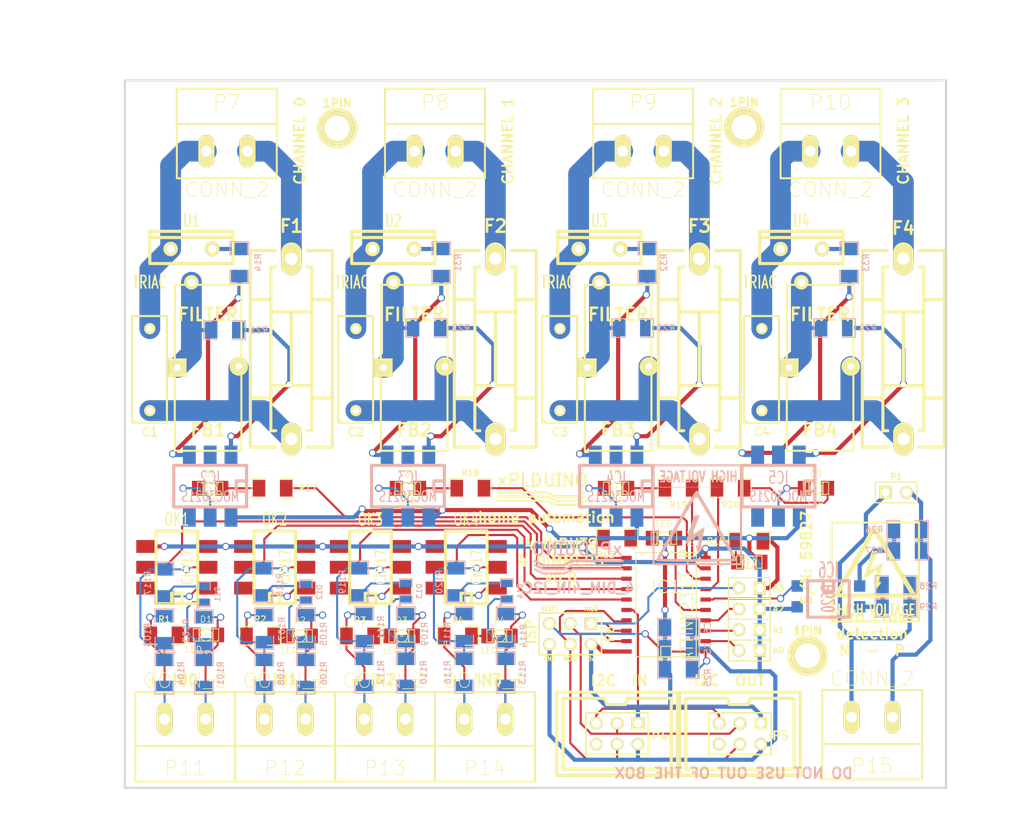
<source format=kicad_pcb>
(kicad_pcb (version 3) (host pcbnew "(2012-nov-02)-testing")
  (title_block (title "4 inputs 12V/230VAC / 4 dimmers 230VAC i2c board") (rev 0) (company "XPLDUINO project") (comment 1 "GNU GPL v2") (comment 2 "Domotic Open Source "))
  (layers (15 Dessus signal hide) (0 Dessous signal hide))
  (net 0 "")
  (net 1 +5V)
  (net 2 //INT)
  (net 3 /A0)
  (net 4 /A1)
  (net 5 /A2)
  (net 6 /DIM0)
  (net 7 /DIM1)
  (net 8 /DIM2)
  (net 9 /DIM3)
  (net 10 /GATE00)
  (net 11 /GATE01)
  (net 12 /GATE02)
  (net 13 /GATE10)
  (net 14 /GATE11)
  (net 15 /GATE12)
  (net 16 /GATE20)
  (net 17 /GATE21)
  (net 18 /GATE22)
  (net 19 /GATE30)
  (net 20 /GATE31)
  (net 21 /GATE32)
  (net 22 /HT00)
  (net 23 /HT01)
  (net 24 /HT02)
  (net 25 /HT03)
  (net 26 /HT10)
  (net 27 /HT11)
  (net 28 /HT12)
  (net 29 /HT13)
  (net 30 /HT20)
  (net 31 /HT21)
  (net 32 /HT22)
  (net 33 /HT23)
  (net 34 /HT30)
  (net 35 /HT31)
  (net 36 /HT32)
  (net 37 /HT33)
  (net 38 /IN0)
  (net 39 /IN1)
  (net 40 /IN2)
  (net 41 /IN3)
  (net 42 /INPUT0)
  (net 43 /INPUT1)
  (net 44 /INPUT2)
  (net 45 /INPUT3)
  (net 46 /LED)
  (net 47 /MISO)
  (net 48 /MOSI)
  (net 49 /NEUTRAL)
  (net 50 /PHASE)
  (net 51 /RESET)
  (net 52 /SCK)
  (net 53 /ZCD)
  (net 54 /ZCN)
  (net 55 /ZCP)
  (net 56 DGND)
  (net 57 N-000002)
  (net 58 N-000003)
  (net 59 N-000004)
  (net 60 N-000025)
  (net 61 N-000027)
  (net 62 N-000029)
  (net 63 N-000032)
  (net 64 N-000033)
  (net 65 N-000034)
  (net 66 N-000035)
  (net 67 N-000036)
  (net 68 N-000037)
  (net 69 N-000038)
  (net 70 N-000041)
  (net 71 N-000042)
  (net 72 N-000043)
  (net 73 N-000044)
  (net 74 N-000054)
  (net 75 N-000055)
  (net 76 N-000057)
  (net 77 N-000058)
  (net 78 N-000061)
  (net 79 N-000066)
  (net 80 N-000067)
  (net 81 N-000068)
  (net 82 N-000069)
  (net 83 N-000072)
  (net 84 N-000094)
  (net 85 N-000095)
  (net 86 N-000096)
  (module SO20L (layer Dessus) (at 195.834 134.112 90)
    (fp_text reference IC1)
    (fp_text value ATTINY2313-P)
    (pad 11 smd rect (at 5.715 -4.826 90) (size 0.508 1.27) (layers Dessus Dessus.Pate Dessus.Masque) (net 6 /DIM0))
    (pad 12 smd rect (at 4.445 -4.826 90) (size 0.508 1.27) (layers Dessus Dessus.Pate Dessus.Masque) (net 38 /IN0))
    (pad 13 smd rect (at 3.175 -4.826 90) (size 0.508 1.27) (layers Dessus Dessus.Pate Dessus.Masque) (net 39 /IN1))
    (pad 14 smd rect (at 1.905 -4.826 90) (size 0.508 1.27) (layers Dessus Dessus.Pate Dessus.Masque) (net 40 /IN2))
    (pad 15 smd rect (at 0.635 -4.826 90) (size 0.508 1.27) (layers Dessus Dessus.Pate Dessus.Masque) (net 41 /IN3))
    (pad 16 smd rect (at -0.635 -4.826 90) (size 0.508 1.27) (layers Dessus Dessus.Pate Dessus.Masque) (net 2 //INT))
    (pad 17 smd rect (at -1.905 -4.826 90) (size 0.508 1.27) (layers Dessus Dessus.Pate Dessus.Masque) (net 48 /MOSI))
    (pad 18 smd rect (at -3.175 -4.826 90) (size 0.508 1.27) (layers Dessus Dessus.Pate Dessus.Masque) (net 47 /MISO))
    (pad 19 smd rect (at -4.445 -4.826 90) (size 0.508 1.27) (layers Dessus Dessus.Pate Dessus.Masque) (net 52 /SCK))
    (pad 20 smd rect (at -5.715 -4.826 90) (size 0.508 1.27) (layers Dessus Dessus.Pate Dessus.Masque) (net 1 +5V))
    (pad 1 smd rect (at -5.715 4.826 90) (size 0.508 1.27) (layers Dessus Dessus.Pate Dessus.Masque) (net 51 /RESET))
    (pad 2 smd rect (at -4.445 4.826 90) (size 0.508 1.27) (layers Dessus Dessus.Pate Dessus.Masque) (net 3 /A0))
    (pad 3 smd rect (at -3.175 4.826 90) (size 0.508 1.27) (layers Dessus Dessus.Pate Dessus.Masque) (net 4 /A1))
    (pad 4 smd rect (at -1.905 4.826 90) (size 0.508 1.27) (layers Dessus Dessus.Pate Dessus.Masque) (net 5 /A2))
    (pad 5 smd rect (at -0.635 4.826 90) (size 0.508 1.27) (layers Dessus Dessus.Pate Dessus.Masque) (net 46 /LED))
    (pad 6 smd rect (at 0.635 4.826 90) (size 0.508 1.27) (layers Dessus Dessus.Pate Dessus.Masque) (net 53 /ZCD))
    (pad 7 smd rect (at 1.905 4.826 90) (size 0.508 1.27) (layers Dessus Dessus.Pate Dessus.Masque) (net 9 /DIM3))
    (pad 8 smd rect (at 3.175 4.826 90) (size 0.508 1.27) (layers Dessus Dessus.Pate Dessus.Masque) (net 7 /DIM1))
    (pad 9 smd rect (at 4.445 4.826 90) (size 0.508 1.27) (layers Dessus Dessus.Pate Dessus.Masque) (net 8 /DIM2))
    (pad 10 smd rect (at 5.715 4.826 90) (size 0.508 1.27) (layers Dessus Dessus.Pate Dessus.Masque) (net 56 DGND))
  )
  (module SM1206 (layer Dessus) (at 134.62 137.795 180)
    (fp_text reference R1)
    (fp_text value 1KR hide)
    (pad 1 smd rect (at -1.651 0 180) (size 1.524 2.032) (layers Dessus Dessus.Pate Dessus.Masque) (net 76 N-000057))
    (pad 2 smd rect (at 1.651 0 180) (size 1.524 2.032) (layers Dessus Dessus.Pate Dessus.Masque) (net 77 N-000058))
  )
  (module SM1206 (layer Dessus) (at 171.958 119.888)
    (fp_text reference R18)
    (fp_text value 1KR hide)
    (pad 1 smd rect (at -1.651 0) (size 1.524 2.032) (layers Dessus Dessus.Pate Dessus.Masque) (net 85 N-000095))
    (pad 2 smd rect (at 1.651 0) (size 1.524 2.032) (layers Dessus Dessus.Pate Dessus.Masque) (net 7 /DIM1))
  )
  (module SM1206 (layer Dessous) (at 166.624 100.33 180)
    (fp_text reference R22)
    (fp_text value 470R hide)
    (pad 1 smd rect (at -1.651 0 180) (size 1.524 2.032) (layers Dessous Dessous.Pate Dessous.Masque) (net 13 /GATE10))
    (pad 2 smd rect (at 1.651 0 180) (size 1.524 2.032) (layers Dessous Dessous.Pate Dessous.Masque) (net 26 /HT10))
  )
  (module SM1206 (layer Dessous) (at 141.986 100.584 180)
    (fp_text reference R21)
    (fp_text value 470R hide)
    (pad 1 smd rect (at -1.651 0 180) (size 1.524 2.032) (layers Dessous Dessous.Pate Dessous.Masque) (net 10 /GATE00))
    (pad 2 smd rect (at 1.651 0 180) (size 1.524 2.032) (layers Dessous Dessous.Pate Dessous.Masque) (net 22 /HT00))
  )
  (module SM1206 (layer Dessus) (at 146.304 137.922 180)
    (fp_text reference R2)
    (fp_text value 1KR hide)
    (pad 1 smd rect (at -1.651 0 180) (size 1.524 2.032) (layers Dessus Dessus.Pate Dessus.Masque) (net 74 N-000054))
    (pad 2 smd rect (at 1.651 0 180) (size 1.524 2.032) (layers Dessus Dessus.Pate Dessus.Masque) (net 75 N-000055))
  )
  (module SM1206 (layer Dessus) (at 197.358 119.888)
    (fp_text reference R19)
    (fp_text value 1KR hide)
    (pad 1 smd rect (at -1.651 0) (size 1.524 2.032) (layers Dessus Dessus.Pate Dessus.Masque) (net 84 N-000094))
    (pad 2 smd rect (at 1.651 0) (size 1.524 2.032) (layers Dessus Dessus.Pate Dessus.Masque) (net 8 /DIM2))
  )
  (module SM1206 (layer Dessus) (at 170.434 137.922 180)
    (fp_text reference R4)
    (fp_text value 1KR hide)
    (pad 1 smd rect (at -1.651 0 180) (size 1.524 2.032) (layers Dessus Dessus.Pate Dessus.Masque) (net 80 N-000067))
    (pad 2 smd rect (at 1.651 0 180) (size 1.524 2.032) (layers Dessus Dessus.Pate Dessus.Masque) (net 83 N-000072))
  )
  (module SM1206 (layer Dessous) (at 191.77 100.33 180)
    (fp_text reference R23)
    (fp_text value 470R hide)
    (pad 1 smd rect (at -1.651 0 180) (size 1.524 2.032) (layers Dessous Dessous.Pate Dessous.Masque) (net 16 /GATE20))
    (pad 2 smd rect (at 1.651 0 180) (size 1.524 2.032) (layers Dessous Dessous.Pate Dessous.Masque) (net 30 /HT20))
  )
  (module SM1206 (layer Dessus) (at 147.828 119.888)
    (fp_text reference R17)
    (fp_text value 1KR hide)
    (pad 1 smd rect (at -1.651 0) (size 1.524 2.032) (layers Dessus Dessus.Pate Dessus.Masque) (net 78 N-000061))
    (pad 2 smd rect (at 1.651 0) (size 1.524 2.032) (layers Dessus Dessus.Pate Dessus.Masque) (net 6 /DIM0))
  )
  (module SM1206 (layer Dessus) (at 158.496 137.922 180)
    (fp_text reference R3)
    (fp_text value 1KR hide)
    (pad 1 smd rect (at -1.651 0 180) (size 1.524 2.032) (layers Dessus Dessus.Pate Dessus.Masque) (net 81 N-000068))
    (pad 2 smd rect (at 1.651 0 180) (size 1.524 2.032) (layers Dessus Dessus.Pate Dessus.Masque) (net 82 N-000069))
  )
  (module SM1206 (layer Dessus) (at 203.708 119.888 180)
    (fp_text reference R20)
    (fp_text value 1KR hide)
    (pad 1 smd rect (at -1.651 0 180) (size 1.524 2.032) (layers Dessus Dessus.Pate Dessus.Masque) (net 86 N-000096))
    (pad 2 smd rect (at 1.651 0 180) (size 1.524 2.032) (layers Dessus Dessus.Pate Dessus.Masque) (net 9 /DIM3))
  )
  (module SM1206 (layer Dessous) (at 216.408 100.33 180)
    (fp_text reference R24)
    (fp_text value 470R hide)
    (pad 1 smd rect (at -1.651 0 180) (size 1.524 2.032) (layers Dessous Dessous.Pate Dessous.Masque) (net 19 /GATE30))
    (pad 2 smd rect (at 1.651 0 180) (size 1.524 2.032) (layers Dessous Dessous.Pate Dessous.Masque) (net 34 /HT30))
  )
  (module SM1206 (layer Dessus) (at 205.994 126.365)
    (fp_text reference R15)
    (fp_text value 510R hide)
    (pad 1 smd rect (at -1.651 0) (size 1.524 2.032) (layers Dessus Dessus.Pate Dessus.Masque) (net 79 N-000066))
    (pad 2 smd rect (at 1.651 0) (size 1.524 2.032) (layers Dessus Dessus.Pate Dessus.Masque) (net 56 DGND))
  )
  (module pin_array_3x2 (layer Dessus) (at 184.15 137.668 180)
    (fp_text reference P6)
    (fp_text value CONN_5 hide)
    (pad 1 thru_hole rect (at -2.54 1.27 180) (size 1.524 1.524) (drill 1.016) (layers *.Cu *.Mask Dessus.SilkS) (net 47 /MISO))
    (pad 2 thru_hole circle (at -2.54 -1.27 180) (size 1.524 1.524) (drill 1.016) (layers *.Cu *.Mask Dessus.SilkS) (net 1 +5V))
    (pad 3 thru_hole circle (at 0 1.27 180) (size 1.524 1.524) (drill 1.016) (layers *.Cu *.Mask Dessus.SilkS) (net 52 /SCK))
    (pad 4 thru_hole circle (at 0 -1.27 180) (size 1.524 1.524) (drill 1.016) (layers *.Cu *.Mask Dessus.SilkS) (net 48 /MOSI))
    (pad 5 thru_hole circle (at 2.54 1.27 180) (size 1.524 1.524) (drill 1.016) (layers *.Cu *.Mask Dessus.SilkS) (net 51 /RESET))
    (pad 6 thru_hole circle (at 2.54 -1.27 180) (size 1.524 1.524) (drill 1.016) (layers *.Cu *.Mask Dessus.SilkS) (net 56 DGND))
  )
  (module LED-1206 (layer Dessus) (at 140.208 119.888)
    (fp_text reference D6)
    (fp_text value LED)
    (pad 1 smd rect (at -1.41986 0) (size 1.59766 1.80086) (layers Dessus Dessus.Pate Dessus.Masque) (net 62 N-000029))
    (pad 2 smd rect (at 1.41986 0) (size 1.59766 1.80086) (layers Dessus Dessus.Pate Dessus.Masque) (net 78 N-000061))
  )
  (module LED-1206 (layer Dessus) (at 205.994 128.905 180)
    (fp_text reference D5)
    (fp_text value LED)
    (pad 1 smd rect (at -1.41986 0 180) (size 1.59766 1.80086) (layers Dessus Dessus.Pate Dessus.Masque) (net 1 +5V))
    (pad 2 smd rect (at 1.41986 0 180) (size 1.59766 1.80086) (layers Dessus Dessus.Pate Dessus.Masque) (net 79 N-000066))
  )
  (module LED-1206 (layer Dessus) (at 164.338 119.888)
    (fp_text reference D7)
    (fp_text value LED)
    (pad 1 smd rect (at -1.41986 0) (size 1.59766 1.80086) (layers Dessus Dessus.Pate Dessus.Masque) (net 59 N-000004))
    (pad 2 smd rect (at 1.41986 0) (size 1.59766 1.80086) (layers Dessus Dessus.Pate Dessus.Masque) (net 85 N-000095))
  )
  (module LED-1206 (layer Dessus) (at 139.7 137.795 180)
    (fp_text reference D1)
    (fp_text value LED)
    (pad 1 smd rect (at -1.41986 0 180) (size 1.59766 1.80086) (layers Dessus Dessus.Pate Dessus.Masque) (net 42 /INPUT0))
    (pad 2 smd rect (at 1.41986 0 180) (size 1.59766 1.80086) (layers Dessus Dessus.Pate Dessus.Masque) (net 76 N-000057))
  )
  (module LED-1206 (layer Dessus) (at 151.13 137.922 180)
    (fp_text reference D2)
    (fp_text value LED)
    (pad 1 smd rect (at -1.41986 0 180) (size 1.59766 1.80086) (layers Dessus Dessus.Pate Dessus.Masque) (net 43 /INPUT1))
    (pad 2 smd rect (at 1.41986 0 180) (size 1.59766 1.80086) (layers Dessus Dessus.Pate Dessus.Masque) (net 74 N-000054))
  )
  (module LED-1206 (layer Dessus) (at 214.122 119.888)
    (fp_text reference D9)
    (fp_text value LED)
    (pad 1 smd rect (at -1.41986 0) (size 1.59766 1.80086) (layers Dessus Dessus.Pate Dessus.Masque) (net 58 N-000003))
    (pad 2 smd rect (at 1.41986 0) (size 1.59766 1.80086) (layers Dessus Dessus.Pate Dessus.Masque) (net 86 N-000096))
  )
  (module LED-1206 (layer Dessus) (at 163.576 137.922 180)
    (fp_text reference D3)
    (fp_text value LED)
    (pad 1 smd rect (at -1.41986 0 180) (size 1.59766 1.80086) (layers Dessus Dessus.Pate Dessus.Masque) (net 44 /INPUT2))
    (pad 2 smd rect (at 1.41986 0 180) (size 1.59766 1.80086) (layers Dessus Dessus.Pate Dessus.Masque) (net 81 N-000068))
  )
  (module LED-1206 (layer Dessus) (at 189.738 119.888)
    (fp_text reference D8)
    (fp_text value LED)
    (pad 1 smd rect (at -1.41986 0) (size 1.59766 1.80086) (layers Dessus Dessus.Pate Dessus.Masque) (net 57 N-000002))
    (pad 2 smd rect (at 1.41986 0) (size 1.59766 1.80086) (layers Dessus Dessus.Pate Dessus.Masque) (net 84 N-000094))
  )
  (module LED-1206 (layer Dessus) (at 175.514 137.922 180)
    (fp_text reference D4)
    (fp_text value LED)
    (pad 1 smd rect (at -1.41986 0 180) (size 1.59766 1.80086) (layers Dessus Dessus.Pate Dessus.Masque) (net 45 /INPUT3))
    (pad 2 smd rect (at 1.41986 0 180) (size 1.59766 1.80086) (layers Dessus Dessus.Pate Dessus.Masque) (net 80 N-000067))
  )
  (module MKS4G024 (layer Dessus) (at 132.842 105.41 90)
    (fp_text reference C1)
    (fp_text value C hide)
    (pad 1 thru_hole circle (at -5.00126 0 90) (size 1.397 1.397) (drill 0.8128) (layers *.Cu *.Mask Dessus.SilkS) (net 23 /HT01))
    (pad 2 thru_hole circle (at 5.00126 0 90) (size 1.397 1.397) (drill 0.8128) (layers *.Cu *.Mask Dessus.SilkS) (net 25 /HT03))
  )
  (module MKS4G024 (layer Dessus) (at 157.988 105.41 90)
    (fp_text reference C2)
    (fp_text value C hide)
    (pad 1 thru_hole circle (at -5.00126 0 90) (size 1.397 1.397) (drill 0.8128) (layers *.Cu *.Mask Dessus.SilkS) (net 27 /HT11))
    (pad 2 thru_hole circle (at 5.00126 0 90) (size 1.397 1.397) (drill 0.8128) (layers *.Cu *.Mask Dessus.SilkS) (net 29 /HT13))
  )
  (module MKS4G024 (layer Dessus) (at 182.88 105.41 90)
    (fp_text reference C3)
    (fp_text value C hide)
    (pad 1 thru_hole circle (at -5.00126 0 90) (size 1.397 1.397) (drill 0.8128) (layers *.Cu *.Mask Dessus.SilkS) (net 31 /HT21))
    (pad 2 thru_hole circle (at 5.00126 0 90) (size 1.397 1.397) (drill 0.8128) (layers *.Cu *.Mask Dessus.SilkS) (net 33 /HT23))
  )
  (module MKS4G024 (layer Dessus) (at 207.518 105.41 90)
    (fp_text reference C4)
    (fp_text value C hide)
    (pad 1 thru_hole circle (at -5.00126 0 90) (size 1.397 1.397) (drill 0.8128) (layers *.Cu *.Mask Dessus.SilkS) (net 35 /HT31))
    (pad 2 thru_hole circle (at 5.00126 0 90) (size 1.397 1.397) (drill 0.8128) (layers *.Cu *.Mask Dessus.SilkS) (net 37 /HT33))
  )
  (module CMS-6 (layer Dessus) (at 171.45 129.54 90)
    (fp_text reference OK4)
    (fp_text value CNY17)
    (pad 1 smd rect (at -2.54 3.81 90) (size 1.5748 2.286) (layers Dessus Dessus.Pate Dessus.Masque) (net 64 N-000033))
    (pad 2 smd rect (at 0 3.81 90) (size 1.5748 2.286) (layers Dessus Dessus.Pate Dessus.Masque) (net 65 N-000034))
    (pad 3 smd rect (at 2.54 3.81 90) (size 1.5748 2.286) (layers Dessus Dessus.Pate Dessus.Masque))
    (pad 4 smd rect (at 2.54 -3.81 90) (size 1.5748 2.286) (layers Dessus Dessus.Pate Dessus.Masque) (net 56 DGND))
    (pad 5 smd rect (at 0 -3.81 90) (size 1.5748 2.286) (layers Dessus Dessus.Pate Dessus.Masque) (net 41 /IN3))
    (pad 6 smd rect (at -2.54 -3.81 90) (size 1.5748 2.286) (layers Dessus Dessus.Pate Dessus.Masque))
  )
  (module CMS-6 (layer Dessus) (at 148.082 129.54 90)
    (fp_text reference OK2)
    (fp_text value CNY17)
    (pad 1 smd rect (at -2.54 3.81 90) (size 1.5748 2.286) (layers Dessus Dessus.Pate Dessus.Masque) (net 72 N-000043))
    (pad 2 smd rect (at 0 3.81 90) (size 1.5748 2.286) (layers Dessus Dessus.Pate Dessus.Masque) (net 73 N-000044))
    (pad 3 smd rect (at 2.54 3.81 90) (size 1.5748 2.286) (layers Dessus Dessus.Pate Dessus.Masque))
    (pad 4 smd rect (at 2.54 -3.81 90) (size 1.5748 2.286) (layers Dessus Dessus.Pate Dessus.Masque) (net 56 DGND))
    (pad 5 smd rect (at 0 -3.81 90) (size 1.5748 2.286) (layers Dessus Dessus.Pate Dessus.Masque) (net 39 /IN1))
    (pad 6 smd rect (at -2.54 -3.81 90) (size 1.5748 2.286) (layers Dessus Dessus.Pate Dessus.Masque))
  )
  (module CMS-6 (layer Dessus) (at 159.766 129.54 90)
    (fp_text reference OK3)
    (fp_text value CNY17)
    (pad 1 smd rect (at -2.54 3.81 90) (size 1.5748 2.286) (layers Dessus Dessus.Pate Dessus.Masque) (net 67 N-000036))
    (pad 2 smd rect (at 0 3.81 90) (size 1.5748 2.286) (layers Dessus Dessus.Pate Dessus.Masque) (net 68 N-000037))
    (pad 3 smd rect (at 2.54 3.81 90) (size 1.5748 2.286) (layers Dessus Dessus.Pate Dessus.Masque))
    (pad 4 smd rect (at 2.54 -3.81 90) (size 1.5748 2.286) (layers Dessus Dessus.Pate Dessus.Masque) (net 56 DGND))
    (pad 5 smd rect (at 0 -3.81 90) (size 1.5748 2.286) (layers Dessus Dessus.Pate Dessus.Masque) (net 40 /IN2))
    (pad 6 smd rect (at -2.54 -3.81 90) (size 1.5748 2.286) (layers Dessus Dessus.Pate Dessus.Masque))
  )
  (module CMS-6 (layer Dessus) (at 136.144 129.54 90)
    (fp_text reference OK1)
    (fp_text value CNY17)
    (pad 1 smd rect (at -2.54 3.81 90) (size 1.5748 2.286) (layers Dessus Dessus.Pate Dessus.Masque) (net 61 N-000027))
    (pad 2 smd rect (at 0 3.81 90) (size 1.5748 2.286) (layers Dessus Dessus.Pate Dessus.Masque) (net 70 N-000041))
    (pad 3 smd rect (at 2.54 3.81 90) (size 1.5748 2.286) (layers Dessus Dessus.Pate Dessus.Masque))
    (pad 4 smd rect (at 2.54 -3.81 90) (size 1.5748 2.286) (layers Dessus Dessus.Pate Dessus.Masque) (net 56 DGND))
    (pad 5 smd rect (at 0 -3.81 90) (size 1.5748 2.286) (layers Dessus Dessus.Pate Dessus.Masque) (net 38 /IN0))
    (pad 6 smd rect (at -2.54 -3.81 90) (size 1.5748 2.286) (layers Dessus Dessus.Pate Dessus.Masque))
  )
  (module CMS-6 (layer Dessous) (at 164.338 119.634 180)
    (fp_text reference IC3)
    (fp_text value MOC3021S)
    (pad 1 smd rect (at -2.54 -3.81 180) (size 1.5748 2.286) (layers Dessous Dessous.Pate Dessous.Masque) (net 1 +5V))
    (pad 2 smd rect (at 0 -3.81 180) (size 1.5748 2.286) (layers Dessous Dessous.Pate Dessous.Masque) (net 59 N-000004))
    (pad 3 smd rect (at 2.54 -3.81 180) (size 1.5748 2.286) (layers Dessous Dessous.Pate Dessous.Masque))
    (pad 4 smd rect (at 2.54 3.81 180) (size 1.5748 2.286) (layers Dessous Dessous.Pate Dessous.Masque) (net 14 /GATE11))
    (pad 5 smd rect (at 0 3.81 180) (size 1.5748 2.286) (layers Dessous Dessous.Pate Dessous.Masque))
    (pad 6 smd rect (at -2.54 3.81 180) (size 1.5748 2.286) (layers Dessous Dessous.Pate Dessous.Masque) (net 13 /GATE10))
  )
  (module CMS-6 (layer Dessous) (at 189.738 119.634 180)
    (fp_text reference IC4)
    (fp_text value MOC3021S)
    (pad 1 smd rect (at -2.54 -3.81 180) (size 1.5748 2.286) (layers Dessous Dessous.Pate Dessous.Masque) (net 1 +5V))
    (pad 2 smd rect (at 0 -3.81 180) (size 1.5748 2.286) (layers Dessous Dessous.Pate Dessous.Masque) (net 57 N-000002))
    (pad 3 smd rect (at 2.54 -3.81 180) (size 1.5748 2.286) (layers Dessous Dessous.Pate Dessous.Masque))
    (pad 4 smd rect (at 2.54 3.81 180) (size 1.5748 2.286) (layers Dessous Dessous.Pate Dessous.Masque) (net 17 /GATE21))
    (pad 5 smd rect (at 0 3.81 180) (size 1.5748 2.286) (layers Dessous Dessous.Pate Dessous.Masque))
    (pad 6 smd rect (at -2.54 3.81 180) (size 1.5748 2.286) (layers Dessous Dessous.Pate Dessous.Masque) (net 16 /GATE20))
  )
  (module CMS-6 (layer Dessous) (at 209.55 119.634 180)
    (fp_text reference IC5)
    (fp_text value MOC3021S)
    (pad 1 smd rect (at -2.54 -3.81 180) (size 1.5748 2.286) (layers Dessous Dessous.Pate Dessous.Masque) (net 1 +5V))
    (pad 2 smd rect (at 0 -3.81 180) (size 1.5748 2.286) (layers Dessous Dessous.Pate Dessous.Masque) (net 58 N-000003))
    (pad 3 smd rect (at 2.54 -3.81 180) (size 1.5748 2.286) (layers Dessous Dessous.Pate Dessous.Masque))
    (pad 4 smd rect (at 2.54 3.81 180) (size 1.5748 2.286) (layers Dessous Dessous.Pate Dessous.Masque) (net 20 /GATE31))
    (pad 5 smd rect (at 0 3.81 180) (size 1.5748 2.286) (layers Dessous Dessous.Pate Dessous.Masque))
    (pad 6 smd rect (at -2.54 3.81 180) (size 1.5748 2.286) (layers Dessous Dessous.Pate Dessous.Masque) (net 19 /GATE30))
  )
  (module CMS-6 (layer Dessous) (at 140.208 119.634 180)
    (fp_text reference IC2)
    (fp_text value MOC3021S)
    (pad 1 smd rect (at -2.54 -3.81 180) (size 1.5748 2.286) (layers Dessous Dessous.Pate Dessous.Masque) (net 1 +5V))
    (pad 2 smd rect (at 0 -3.81 180) (size 1.5748 2.286) (layers Dessous Dessous.Pate Dessous.Masque) (net 62 N-000029))
    (pad 3 smd rect (at 2.54 -3.81 180) (size 1.5748 2.286) (layers Dessous Dessous.Pate Dessous.Masque))
    (pad 4 smd rect (at 2.54 3.81 180) (size 1.5748 2.286) (layers Dessous Dessous.Pate Dessous.Masque) (net 11 /GATE01))
    (pad 5 smd rect (at 0 3.81 180) (size 1.5748 2.286) (layers Dessous Dessous.Pate Dessous.Masque))
    (pad 6 smd rect (at -2.54 3.81 180) (size 1.5748 2.286) (layers Dessous Dessous.Pate Dessous.Masque) (net 10 /GATE00))
  )
  (module 2100HT-470-V-RC (layer Dessus) (at 189.992 105.156)
    (fp_text reference FB3)
    (fp_text value FILTER)
    (pad 1 thru_hole rect (at -3.74904 0) (size 2.24028 2.24028) (drill 0.8128) (layers *.Cu *.Mask Dessus.SilkS) (net 30 /HT20))
    (pad 2 thru_hole circle (at 3.74904 -0.127) (size 2.24028 2.24028) (drill 0.8128) (layers *.Cu *.Mask Dessus.SilkS) (net 31 /HT21))
  )
  (module 2100HT-470-V-RC (layer Dessus) (at 165.1 105.156)
    (fp_text reference FB2)
    (fp_text value FILTER)
    (pad 1 thru_hole rect (at -3.74904 0) (size 2.24028 2.24028) (drill 0.8128) (layers *.Cu *.Mask Dessus.SilkS) (net 26 /HT10))
    (pad 2 thru_hole circle (at 3.74904 -0.127) (size 2.24028 2.24028) (drill 0.8128) (layers *.Cu *.Mask Dessus.SilkS) (net 27 /HT11))
  )
  (module 2100HT-470-V-RC (layer Dessus) (at 139.954 105.156)
    (fp_text reference FB1)
    (fp_text value FILTER)
    (pad 1 thru_hole rect (at -3.74904 0) (size 2.24028 2.24028) (drill 0.8128) (layers *.Cu *.Mask Dessus.SilkS) (net 22 /HT00))
    (pad 2 thru_hole circle (at 3.74904 -0.127) (size 2.24028 2.24028) (drill 0.8128) (layers *.Cu *.Mask Dessus.SilkS) (net 23 /HT01))
  )
  (module 2100HT-470-V-RC (layer Dessus) (at 214.63 105.156)
    (fp_text reference FB4)
    (fp_text value FILTER)
    (pad 1 thru_hole rect (at -3.74904 0) (size 2.24028 2.24028) (drill 0.8128) (layers *.Cu *.Mask Dessus.SilkS) (net 34 /HT30))
    (pad 2 thru_hole circle (at 3.74904 -0.127) (size 2.24028 2.24028) (drill 0.8128) (layers *.Cu *.Mask Dessus.SilkS) (net 35 /HT31))
  )
  (module HE10-6 (layer Dessus) (at 204.851 149.86 180)
    (fp_text reference P5)
    (fp_text value CONN_5 hide)
    (pad 1 thru_hole rect (at -2.54 1.27 180) (size 1.524 1.524) (drill 1.016) (layers *.Cu *.Mask Dessus.SilkS) (net 1 +5V))
    (pad 2 thru_hole circle (at -2.54 -1.27 180) (size 1.524 1.524) (drill 1.016) (layers *.Cu *.Mask Dessus.SilkS) (net 56 DGND))
    (pad 3 thru_hole circle (at 0 1.27 180) (size 1.524 1.524) (drill 1.016) (layers *.Cu *.Mask Dessus.SilkS) (net 52 /SCK))
    (pad 4 thru_hole circle (at 0 -1.27 180) (size 1.524 1.524) (drill 1.016) (layers *.Cu *.Mask Dessus.SilkS) (net 48 /MOSI))
    (pad 5 thru_hole circle (at 2.54 1.27 180) (size 1.524 1.524) (drill 1.016) (layers *.Cu *.Mask Dessus.SilkS) (net 2 //INT))
    (pad 6 thru_hole circle (at 2.54 -1.27 180) (size 1.524 1.524) (drill 1.016) (layers *.Cu *.Mask Dessus.SilkS))
  )
  (module HE10-6 (layer Dessus) (at 189.865 149.86 180)
    (fp_text reference P4)
    (fp_text value CONN_5 hide)
    (pad 1 thru_hole rect (at -2.54 1.27 180) (size 1.524 1.524) (drill 1.016) (layers *.Cu *.Mask Dessus.SilkS) (net 1 +5V))
    (pad 2 thru_hole circle (at -2.54 -1.27 180) (size 1.524 1.524) (drill 1.016) (layers *.Cu *.Mask Dessus.SilkS) (net 56 DGND))
    (pad 3 thru_hole circle (at 0 1.27 180) (size 1.524 1.524) (drill 1.016) (layers *.Cu *.Mask Dessus.SilkS) (net 52 /SCK))
    (pad 4 thru_hole circle (at 0 -1.27 180) (size 1.524 1.524) (drill 1.016) (layers *.Cu *.Mask Dessus.SilkS) (net 48 /MOSI))
    (pad 5 thru_hole circle (at 2.54 1.27 180) (size 1.524 1.524) (drill 1.016) (layers *.Cu *.Mask Dessus.SilkS) (net 2 //INT))
    (pad 6 thru_hole circle (at 2.54 -1.27 180) (size 1.524 1.524) (drill 1.016) (layers *.Cu *.Mask Dessus.SilkS))
  )
  (module SM1206 (layer Dessous) (at 197.358 141.986 180)
    (fp_text reference R25)
    (fp_text value 10KR hide)
    (pad 1 smd rect (at -1.651 0 180) (size 1.524 2.032) (layers Dessous Dessous.Pate Dessous.Masque) (net 51 /RESET))
    (pad 2 smd rect (at 1.651 0 180) (size 1.524 2.032) (layers Dessous Dessous.Pate Dessous.Masque) (net 1 +5V))
  )
  (module SM1206 (layer Dessous) (at 225.298 127.508)
    (fp_text reference R27)
    (fp_text value 100KR hide)
    (pad 1 smd rect (at -1.651 0) (size 1.524 2.032) (layers Dessous Dessous.Pate Dessous.Masque) (net 55 /ZCP))
    (pad 2 smd rect (at 1.651 0) (size 1.524 2.032) (layers Dessous Dessous.Pate Dessous.Masque) (net 50 /PHASE))
  )
  (module SM1206 (layer Dessous) (at 225.298 124.968)
    (fp_text reference R26)
    (fp_text value 100KR hide)
    (pad 1 smd rect (at -1.651 0) (size 1.524 2.032) (layers Dessous Dessous.Pate Dessous.Masque) (net 55 /ZCP))
    (pad 2 smd rect (at 1.651 0) (size 1.524 2.032) (layers Dessous Dessous.Pate Dessous.Masque) (net 50 /PHASE))
  )
  (module SM1206 (layer Dessous) (at 223.901 131.699)
    (fp_text reference R28)
    (fp_text value 100KR hide)
    (pad 1 smd rect (at -1.651 0) (size 1.524 2.032) (layers Dessous Dessous.Pate Dessous.Masque) (net 54 /ZCN))
    (pad 2 smd rect (at 1.651 0) (size 1.524 2.032) (layers Dessous Dessous.Pate Dessous.Masque) (net 49 /NEUTRAL))
  )
  (module SM1206 (layer Dessous) (at 223.901 134.493)
    (fp_text reference R29)
    (fp_text value 100KR hide)
    (pad 1 smd rect (at -1.651 0) (size 1.524 2.032) (layers Dessous Dessous.Pate Dessous.Masque) (net 54 /ZCN))
    (pad 2 smd rect (at 1.651 0) (size 1.524 2.032) (layers Dessous Dessous.Pate Dessous.Masque) (net 49 /NEUTRAL))
  )
  (module SMD-4 (layer Dessous) (at 215.646 134.366 270)
    (fp_text reference IC6)
    (fp_text value P620)
    (pad 1 smd rect (at -2.54 -3.81 270) (size 1.397 1.397) (layers Dessous Dessous.Pate Dessous.Masque) (net 55 /ZCP))
    (pad 2 smd rect (at 0 -3.81 270) (size 1.397 1.397) (layers Dessous Dessous.Pate Dessous.Masque) (net 54 /ZCN))
    (pad 3 smd rect (at 0 3.81 270) (size 1.397 1.397) (layers Dessous Dessous.Pate Dessous.Masque) (net 56 DGND))
    (pad 4 smd rect (at -2.54 3.81 270) (size 1.397 1.397) (layers Dessous Dessous.Pate Dessous.Masque) (net 53 /ZCD))
  )
  (module SM1206 (layer Dessus) (at 189.865 125.984 180)
    (fp_text reference R13)
    (fp_text value 510R hide)
    (pad 1 smd rect (at -1.651 0 180) (size 1.524 2.032) (layers Dessus Dessus.Pate Dessus.Masque) (net 60 N-000025))
    (pad 2 smd rect (at 1.651 0 180) (size 1.524 2.032) (layers Dessus Dessus.Pate Dessus.Masque) (net 56 DGND))
  )
  (module LED-1206 (layer Dessus) (at 195.58 125.984 180)
    (fp_text reference D10)
    (fp_text value LED)
    (pad 1 smd rect (at -1.41986 0 180) (size 1.59766 1.80086) (layers Dessus Dessus.Pate Dessus.Masque) (net 46 /LED))
    (pad 2 smd rect (at 1.41986 0 180) (size 1.59766 1.80086) (layers Dessus Dessus.Pate Dessus.Masque) (net 60 N-000025))
  )
  (module Fuseholder5x20_horiz_SemiClosed_Casing10x25mm_RevA_Date25Jul2010 (layer Dessus) (at 150.114 102.87 90)
    (fp_text reference F1)
    (fp_text value FUSE hide)
    (pad 2 thru_hole oval (at 11.00074 0) (size 2.49936 4.0005) (drill 1.50114) (layers *.Cu *.Mask Dessus.SilkS) (net 24 /HT02))
    (pad 1 thru_hole oval (at -11.00074 0) (size 2.49936 4.0005) (drill 1.50114) (layers *.Cu *.Mask Dessus.SilkS) (net 23 /HT01))
  )
  (module Fuseholder5x20_horiz_SemiClosed_Casing10x25mm_RevA_Date25Jul2010 (layer Dessus) (at 175.006 102.87 90)
    (fp_text reference F2)
    (fp_text value FUSE hide)
    (pad 2 thru_hole oval (at 11.00074 0) (size 2.49936 4.0005) (drill 1.50114) (layers *.Cu *.Mask Dessus.SilkS) (net 28 /HT12))
    (pad 1 thru_hole oval (at -11.00074 0) (size 2.49936 4.0005) (drill 1.50114) (layers *.Cu *.Mask Dessus.SilkS) (net 27 /HT11))
  )
  (module Fuseholder5x20_horiz_SemiClosed_Casing10x25mm_RevA_Date25Jul2010 (layer Dessus) (at 199.898 102.87 90)
    (fp_text reference F3)
    (fp_text value FUSE hide)
    (pad 2 thru_hole oval (at 11.00074 0) (size 2.49936 4.0005) (drill 1.50114) (layers *.Cu *.Mask Dessus.SilkS) (net 32 /HT22))
    (pad 1 thru_hole oval (at -11.00074 0) (size 2.49936 4.0005) (drill 1.50114) (layers *.Cu *.Mask Dessus.SilkS) (net 31 /HT21))
  )
  (module Fuseholder5x20_horiz_SemiClosed_Casing10x25mm_RevA_Date25Jul2010 (layer Dessus) (at 224.79 102.87 90)
    (fp_text reference F4)
    (fp_text value FUSE hide)
    (pad 2 thru_hole oval (at 11.00074 0) (size 2.49936 4.0005) (drill 1.50114) (layers *.Cu *.Mask Dessus.SilkS) (net 36 /HT32))
    (pad 1 thru_hole oval (at -11.00074 0) (size 2.49936 4.0005) (drill 1.50114) (layers *.Cu *.Mask Dessus.SilkS) (net 35 /HT31))
  )
  (module TO220_Vert_Strech_Inv (layer Dessus) (at 137.922 90.678 270)
    (fp_text reference U1)
    (fp_text value TRIAC)
    (pad 3 thru_hole circle (at 0 -2.54 270) (size 1.778 1.778) (drill 1.016) (layers *.Cu *.Mask Dessus.SilkS) (net 12 /GATE02))
    (pad 2 thru_hole circle (at 4.064 0 270) (size 1.778 1.778) (drill 1.016) (layers *.Cu *.Mask Dessus.SilkS) (net 22 /HT00))
    (pad 1 thru_hole circle (at 0 2.54 270) (size 1.778 1.778) (drill 1.016) (layers *.Cu *.Mask Dessus.SilkS) (net 25 /HT03))
  )
  (module TO220_Vert_Strech_Inv (layer Dessus) (at 162.56 90.678 270)
    (fp_text reference U2)
    (fp_text value TRIAC)
    (pad 3 thru_hole circle (at 0 -2.54 270) (size 1.778 1.778) (drill 1.016) (layers *.Cu *.Mask Dessus.SilkS) (net 15 /GATE12))
    (pad 2 thru_hole circle (at 4.064 0 270) (size 1.778 1.778) (drill 1.016) (layers *.Cu *.Mask Dessus.SilkS) (net 26 /HT10))
    (pad 1 thru_hole circle (at 0 2.54 270) (size 1.778 1.778) (drill 1.016) (layers *.Cu *.Mask Dessus.SilkS) (net 29 /HT13))
  )
  (module TO220_Vert_Strech_Inv (layer Dessus) (at 187.706 90.678 270)
    (fp_text reference U3)
    (fp_text value TRIAC)
    (pad 3 thru_hole circle (at 0 -2.54 270) (size 1.778 1.778) (drill 1.016) (layers *.Cu *.Mask Dessus.SilkS) (net 18 /GATE22))
    (pad 2 thru_hole circle (at 4.064 0 270) (size 1.778 1.778) (drill 1.016) (layers *.Cu *.Mask Dessus.SilkS) (net 30 /HT20))
    (pad 1 thru_hole circle (at 0 2.54 270) (size 1.778 1.778) (drill 1.016) (layers *.Cu *.Mask Dessus.SilkS) (net 33 /HT23))
  )
  (module TO220_Vert_Strech_Inv (layer Dessus) (at 212.344 90.678 270)
    (fp_text reference U4)
    (fp_text value TRIAC)
    (pad 3 thru_hole circle (at 0 -2.54 270) (size 1.778 1.778) (drill 1.016) (layers *.Cu *.Mask Dessus.SilkS) (net 21 /GATE32))
    (pad 2 thru_hole circle (at 4.064 0 270) (size 1.778 1.778) (drill 1.016) (layers *.Cu *.Mask Dessus.SilkS) (net 34 /HT30))
    (pad 1 thru_hole circle (at 0 2.54 270) (size 1.778 1.778) (drill 1.016) (layers *.Cu *.Mask Dessus.SilkS) (net 37 /HT33))
  )
  (module SM1206 (layer Dessous) (at 197.358 139.446)
    (fp_text reference C5)
    (fp_text value 10uF hide)
    (pad 1 smd rect (at -1.651 0) (size 1.524 2.032) (layers Dessous Dessous.Pate Dessous.Masque) (net 1 +5V))
    (pad 2 smd rect (at 1.651 0) (size 1.524 2.032) (layers Dessous Dessous.Pate Dessous.Masque) (net 56 DGND))
  )
  (module SM1206 (layer Dessous) (at 197.358 136.906)
    (fp_text reference C6)
    (fp_text value 100nF hide)
    (pad 1 smd rect (at -1.651 0) (size 1.524 2.032) (layers Dessous Dessous.Pate Dessous.Masque) (net 1 +5V))
    (pad 2 smd rect (at 1.651 0) (size 1.524 2.032) (layers Dessous Dessous.Pate Dessous.Masque) (net 56 DGND))
  )
  (module SM1206 (layer Dessous) (at 143.764 92.329 90)
    (fp_text reference R14)
    (fp_text value 470R hide)
    (pad 1 smd rect (at -1.651 0 90) (size 1.524 2.032) (layers Dessous Dessous.Pate Dessous.Masque) (net 11 /GATE01))
    (pad 2 smd rect (at 1.651 0 90) (size 1.524 2.032) (layers Dessous Dessous.Pate Dessous.Masque) (net 12 /GATE02))
  )
  (module SM1206 (layer Dessous) (at 168.402 92.329 90)
    (fp_text reference R31)
    (fp_text value 470R hide)
    (pad 1 smd rect (at -1.651 0 90) (size 1.524 2.032) (layers Dessous Dessous.Pate Dessous.Masque) (net 14 /GATE11))
    (pad 2 smd rect (at 1.651 0 90) (size 1.524 2.032) (layers Dessous Dessous.Pate Dessous.Masque) (net 15 /GATE12))
  )
  (module SM1206 (layer Dessous) (at 193.548 92.329 90)
    (fp_text reference R32)
    (fp_text value 470R hide)
    (pad 1 smd rect (at -1.651 0 90) (size 1.524 2.032) (layers Dessous Dessous.Pate Dessous.Masque) (net 17 /GATE21))
    (pad 2 smd rect (at 1.651 0 90) (size 1.524 2.032) (layers Dessous Dessous.Pate Dessous.Masque) (net 18 /GATE22))
  )
  (module SM1206 (layer Dessous) (at 218.186 92.329 90)
    (fp_text reference R33)
    (fp_text value 470R hide)
    (pad 1 smd rect (at -1.651 0 90) (size 1.524 2.032) (layers Dessous Dessous.Pate Dessous.Masque) (net 20 /GATE31))
    (pad 2 smd rect (at 1.651 0 90) (size 1.524 2.032) (layers Dessous Dessous.Pate Dessous.Masque) (net 21 /GATE32))
  )
  (module SM0805 (layer Dessous) (at 164.084 132.461 90)
    (fp_text reference D13)
    (fp_text value DIODE hide)
    (pad 1 smd rect (at -0.9525 0 90) (size 0.889 1.397) (layers Dessous Dessous.Pate Dessous.Masque) (net 69 N-000038))
    (pad 2 smd rect (at 0.9525 0 90) (size 0.889 1.397) (layers Dessous Dessous.Pate Dessous.Masque) (net 67 N-000036))
  )
  (module SM0805 (layer Dessous) (at 151.892 132.588 90)
    (fp_text reference D12)
    (fp_text value DIODE hide)
    (pad 1 smd rect (at -0.9525 0 90) (size 0.889 1.397) (layers Dessous Dessous.Pate Dessous.Masque) (net 71 N-000042))
    (pad 2 smd rect (at 0.9525 0 90) (size 0.889 1.397) (layers Dessous Dessous.Pate Dessous.Masque) (net 72 N-000043))
  )
  (module SM0805 (layer Dessous) (at 139.446 132.842 90)
    (fp_text reference D11)
    (fp_text value DIODE hide)
    (pad 1 smd rect (at -0.9525 0 90) (size 0.889 1.397) (layers Dessous Dessous.Pate Dessous.Masque) (net 63 N-000032))
    (pad 2 smd rect (at 0.9525 0 90) (size 0.889 1.397) (layers Dessous Dessous.Pate Dessous.Masque) (net 61 N-000027))
  )
  (module SM0805 (layer Dessous) (at 176.403 132.461 90)
    (fp_text reference D14)
    (fp_text value DIODE hide)
    (pad 1 smd rect (at -0.9525 0 90) (size 0.889 1.397) (layers Dessous Dessous.Pate Dessous.Masque) (net 66 N-000035))
    (pad 2 smd rect (at 0.9525 0 90) (size 0.889 1.397) (layers Dessous Dessous.Pate Dessous.Masque) (net 64 N-000033))
  )
  (module SM1206 (layer Dessous) (at 164.084 142.367 90)
    (fp_text reference R110)
    (fp_text value 120KR hide)
    (pad 1 smd rect (at -1.651 0 90) (size 1.524 2.032) (layers Dessous Dessous.Pate Dessous.Masque) (net 44 /INPUT2))
    (pad 2 smd rect (at 1.651 0 90) (size 1.524 2.032) (layers Dessous Dessous.Pate Dessous.Masque) (net 69 N-000038))
  )
  (module SM1206 (layer Dessous) (at 171.196 136.906 270)
    (fp_text reference R115)
    (fp_text value 120KR hide)
    (pad 1 smd rect (at -1.651 0 270) (size 1.524 2.032) (layers Dessous Dessous.Pate Dessous.Masque) (net 83 N-000072))
    (pad 2 smd rect (at 1.651 0 270) (size 1.524 2.032) (layers Dessous Dessous.Pate Dessous.Masque) (net 65 N-000034))
  )
  (module SM1206 (layer Dessous) (at 170.18 131.318 90)
    (fp_text reference R120)
    (fp_text value 75KR hide)
    (pad 1 smd rect (at -1.651 0 90) (size 1.524 2.032) (layers Dessous Dessous.Pate Dessous.Masque) (net 64 N-000033))
    (pad 2 smd rect (at 1.651 0 90) (size 1.524 2.032) (layers Dessous Dessous.Pate Dessous.Masque) (net 65 N-000034))
  )
  (module SM1206 (layer Dessous) (at 171.196 142.367 90)
    (fp_text reference R116)
    (fp_text value 120KR hide)
    (pad 1 smd rect (at -1.651 0 90) (size 1.524 2.032) (layers Dessous Dessous.Pate Dessous.Masque) (net 83 N-000072))
    (pad 2 smd rect (at 1.651 0 90) (size 1.524 2.032) (layers Dessous Dessous.Pate Dessous.Masque) (net 65 N-000034))
  )
  (module SM1206 (layer Dessous) (at 176.276 142.367 90)
    (fp_text reference R113)
    (fp_text value 120KR hide)
    (pad 1 smd rect (at -1.651 0 90) (size 1.524 2.032) (layers Dessous Dessous.Pate Dessous.Masque) (net 45 /INPUT3))
    (pad 2 smd rect (at 1.651 0 90) (size 1.524 2.032) (layers Dessous Dessous.Pate Dessous.Masque) (net 66 N-000035))
  )
  (module SM1206 (layer Dessous) (at 176.276 136.906 270)
    (fp_text reference R114)
    (fp_text value 120KR hide)
    (pad 1 smd rect (at -1.651 0 270) (size 1.524 2.032) (layers Dessous Dessous.Pate Dessous.Masque) (net 45 /INPUT3))
    (pad 2 smd rect (at 1.651 0 270) (size 1.524 2.032) (layers Dessous Dessous.Pate Dessous.Masque) (net 66 N-000035))
  )
  (module SM1206 (layer Dessous) (at 159.004 136.906 270)
    (fp_text reference R111)
    (fp_text value 120KR hide)
    (pad 1 smd rect (at -1.651 0 270) (size 1.524 2.032) (layers Dessous Dessous.Pate Dessous.Masque) (net 82 N-000069))
    (pad 2 smd rect (at 1.651 0 270) (size 1.524 2.032) (layers Dessous Dessous.Pate Dessous.Masque) (net 68 N-000037))
  )
  (module SM1206 (layer Dessous) (at 158.369 131.318 90)
    (fp_text reference R119)
    (fp_text value 75KR hide)
    (pad 1 smd rect (at -1.651 0 90) (size 1.524 2.032) (layers Dessous Dessous.Pate Dessous.Masque) (net 67 N-000036))
    (pad 2 smd rect (at 1.651 0 90) (size 1.524 2.032) (layers Dessous Dessous.Pate Dessous.Masque) (net 68 N-000037))
  )
  (module SM1206 (layer Dessous) (at 159.004 142.367 90)
    (fp_text reference R112)
    (fp_text value 120KR hide)
    (pad 1 smd rect (at -1.651 0 90) (size 1.524 2.032) (layers Dessous Dessous.Pate Dessous.Masque) (net 82 N-000069))
    (pad 2 smd rect (at 1.651 0 90) (size 1.524 2.032) (layers Dessous Dessous.Pate Dessous.Masque) (net 68 N-000037))
  )
  (module SM1206 (layer Dessous) (at 164.084 136.906 270)
    (fp_text reference R109)
    (fp_text value 120KR hide)
    (pad 1 smd rect (at -1.651 0 270) (size 1.524 2.032) (layers Dessous Dessous.Pate Dessous.Masque) (net 44 /INPUT2))
    (pad 2 smd rect (at 1.651 0 270) (size 1.524 2.032) (layers Dessous Dessous.Pate Dessous.Masque) (net 69 N-000038))
  )
  (module SM1206 (layer Dessous) (at 139.446 137.287 270)
    (fp_text reference R102)
    (fp_text value 120KR hide)
    (pad 1 smd rect (at -1.651 0 270) (size 1.524 2.032) (layers Dessous Dessous.Pate Dessous.Masque) (net 42 /INPUT0))
    (pad 2 smd rect (at 1.651 0 270) (size 1.524 2.032) (layers Dessous Dessous.Pate Dessous.Masque) (net 63 N-000032))
  )
  (module SM1206 (layer Dessous) (at 146.812 137.033 270)
    (fp_text reference R107)
    (fp_text value 120KR hide)
    (pad 1 smd rect (at -1.651 0 270) (size 1.524 2.032) (layers Dessous Dessous.Pate Dessous.Masque) (net 75 N-000055))
    (pad 2 smd rect (at 1.651 0 270) (size 1.524 2.032) (layers Dessous Dessous.Pate Dessous.Masque) (net 73 N-000044))
  )
  (module SM1206 (layer Dessous) (at 146.685 131.318 90)
    (fp_text reference R118)
    (fp_text value 75KR hide)
    (pad 1 smd rect (at -1.651 0 90) (size 1.524 2.032) (layers Dessous Dessous.Pate Dessous.Masque) (net 72 N-000043))
    (pad 2 smd rect (at 1.651 0 90) (size 1.524 2.032) (layers Dessous Dessous.Pate Dessous.Masque) (net 73 N-000044))
  )
  (module SM1206 (layer Dessous) (at 146.812 142.494 90)
    (fp_text reference R108)
    (fp_text value 120KR hide)
    (pad 1 smd rect (at -1.651 0 90) (size 1.524 2.032) (layers Dessous Dessous.Pate Dessous.Masque) (net 75 N-000055))
    (pad 2 smd rect (at 1.651 0 90) (size 1.524 2.032) (layers Dessous Dessous.Pate Dessous.Masque) (net 73 N-000044))
  )
  (module SM1206 (layer Dessous) (at 151.892 137.033 270)
    (fp_text reference R105)
    (fp_text value 120KR hide)
    (pad 1 smd rect (at -1.651 0 270) (size 1.524 2.032) (layers Dessous Dessous.Pate Dessous.Masque) (net 43 /INPUT1))
    (pad 2 smd rect (at 1.651 0 270) (size 1.524 2.032) (layers Dessous Dessous.Pate Dessous.Masque) (net 71 N-000042))
  )
  (module SM1206 (layer Dessous) (at 151.892 142.494 90)
    (fp_text reference R106)
    (fp_text value 120KR hide)
    (pad 1 smd rect (at -1.651 0 90) (size 1.524 2.032) (layers Dessous Dessous.Pate Dessous.Masque) (net 43 /INPUT1))
    (pad 2 smd rect (at 1.651 0 90) (size 1.524 2.032) (layers Dessous Dessous.Pate Dessous.Masque) (net 71 N-000042))
  )
  (module SM1206 (layer Dessous) (at 134.62 137.16 270)
    (fp_text reference R103)
    (fp_text value 120KR hide)
    (pad 1 smd rect (at -1.651 0 270) (size 1.524 2.032) (layers Dessous Dessous.Pate Dessous.Masque) (net 77 N-000058))
    (pad 2 smd rect (at 1.651 0 270) (size 1.524 2.032) (layers Dessous Dessous.Pate Dessous.Masque) (net 70 N-000041))
  )
  (module SM1206 (layer Dessous) (at 134.62 131.445 90)
    (fp_text reference R117)
    (fp_text value 75KR hide)
    (pad 1 smd rect (at -1.651 0 90) (size 1.524 2.032) (layers Dessous Dessous.Pate Dessous.Masque) (net 61 N-000027))
    (pad 2 smd rect (at 1.651 0 90) (size 1.524 2.032) (layers Dessous Dessous.Pate Dessous.Masque) (net 70 N-000041))
  )
  (module SM1206 (layer Dessous) (at 134.62 142.494 90)
    (fp_text reference R104)
    (fp_text value 120KR hide)
    (pad 1 smd rect (at -1.651 0 90) (size 1.524 2.032) (layers Dessous Dessous.Pate Dessous.Masque) (net 77 N-000058))
    (pad 2 smd rect (at 1.651 0 90) (size 1.524 2.032) (layers Dessous Dessous.Pate Dessous.Masque) (net 70 N-000041))
  )
  (module SM1206 (layer Dessous) (at 139.446 142.494 90)
    (fp_text reference R101)
    (fp_text value 120KR hide)
    (pad 1 smd rect (at -1.651 0 90) (size 1.524 2.032) (layers Dessous Dessous.Pate Dessous.Masque) (net 42 /INPUT0))
    (pad 2 smd rect (at 1.651 0 90) (size 1.524 2.032) (layers Dessous Dessous.Pate Dessous.Masque) (net 63 N-000032))
  )
  (module PIN_ARRAY_2X1 (layer Dessus) (at 205.994 139.7 180)
    (fp_text reference A0)
    (fp_text value CONN_2 hide)
    (pad 1 thru_hole rect (at -1.27 0 180) (size 1.524 1.524) (drill 1.016) (layers *.Cu *.Mask Dessus.SilkS) (net 56 DGND))
    (pad 2 thru_hole circle (at 1.27 0 180) (size 1.524 1.524) (drill 1.016) (layers *.Cu *.Mask Dessus.SilkS) (net 3 /A0))
  )
  (module PIN_ARRAY_2X1 (layer Dessus) (at 205.994 137.16 180)
    (fp_text reference A1)
    (fp_text value CONN_2 hide)
    (pad 1 thru_hole rect (at -1.27 0 180) (size 1.524 1.524) (drill 1.016) (layers *.Cu *.Mask Dessus.SilkS) (net 56 DGND))
    (pad 2 thru_hole circle (at 1.27 0 180) (size 1.524 1.524) (drill 1.016) (layers *.Cu *.Mask Dessus.SilkS) (net 4 /A1))
  )
  (module PIN_ARRAY_2X1 (layer Dessus) (at 205.994 132.08 180)
    (fp_text reference A3)
    (fp_text value CONN_2 hide)
    (pad 1 thru_hole rect (at -1.27 0 180) (size 1.524 1.524) (drill 1.016) (layers *.Cu *.Mask Dessus.SilkS) (net 56 DGND))
    (pad 2 thru_hole circle (at 1.27 0 180) (size 1.524 1.524) (drill 1.016) (layers *.Cu *.Mask Dessus.SilkS) (net 47 /MISO))
  )
  (module PIN_ARRAY_2X1 (layer Dessus) (at 205.994 134.62 180)
    (fp_text reference A2)
    (fp_text value CONN_2 hide)
    (pad 1 thru_hole rect (at -1.27 0 180) (size 1.524 1.524) (drill 1.016) (layers *.Cu *.Mask Dessus.SilkS) (net 56 DGND))
    (pad 2 thru_hole circle (at 1.27 0 180) (size 1.524 1.524) (drill 1.016) (layers *.Cu *.Mask Dessus.SilkS) (net 5 /A2))
  )
  (module logo_xplduino (layer Dessus) (at 180.594 120.65)
    (fp_text reference logo_xplduino hide)
    (fp_text value VAL** hide)
  )
  (module logo_xplduino (layer Dessous) (at 185.166 129.032 180)
    (fp_text reference logo_xplduino hide)
    (fp_text value VAL** hide)
  )
  (module LOGO (layer Dessus) (at 221.234 128.778)
    (fp_text reference G*** hide)
    (fp_text value LOGO hide)
  )
  (module LOGO2 (layer Dessous) (at 199.517 124.46)
    (fp_text reference G*** hide)
    (fp_text value LOGO hide)
  )
  (module PIN_ARRAY_2X1 (layer Dessus) (at 223.901 120.396)
    (fp_text reference P1)
    (fp_text value CONN_2 hide)
    (pad 1 thru_hole rect (at -1.27 0) (size 1.524 1.524) (drill 1.016) (layers *.Cu *.Mask Dessus.SilkS) (net 49 /NEUTRAL))
    (pad 2 thru_hole circle (at 1.27 0) (size 1.524 1.524) (drill 1.016) (layers *.Cu *.Mask Dessus.SilkS) (net 50 /PHASE))
  )
  (module 1pin (layer Dessus) (at 155.702 75.946)
    (fp_text reference 1PIN)
    (fp_text value P*** hide)
    (pad 1 thru_hole circle (at 0 0) (size 4.064 4.064) (drill 3.048) (layers *.Cu *.Mask Dessus.SilkS))
  )
  (module 1pin (layer Dessus) (at 205.359 75.819)
    (fp_text reference 1PIN)
    (fp_text value P*** hide)
    (pad 1 thru_hole circle (at 0 0) (size 4.064 4.064) (drill 3.048) (layers *.Cu *.Mask Dessus.SilkS))
  )
  (module 1pin (layer Dessus) (at 213.106 140.335)
    (fp_text reference 1PIN)
    (fp_text value P*** hide)
    (pad 1 thru_hole circle (at 0 0) (size 4.064 4.064) (drill 3.048) (layers *.Cu *.Mask Dessus.SilkS))
  )
  (module MOL_CONN_2_VH (layer Dessus) (at 137.16 148.082)
    (fp_text reference P11)
    (fp_text value CONN_2)
    (pad 1 thru_hole oval (at -2.5146 0) (size 1.9812 3.9624) (drill 1.3208) (layers *.Cu *.Mask Dessus.Pate Dessus.SilkS) (net 77 N-000058))
    (pad 2 thru_hole oval (at 2.4892 0) (size 1.9812 3.9624) (drill 1.3208) (layers *.Cu *.Mask Dessus.Pate Dessus.SilkS) (net 42 /INPUT0))
  )
  (module MOL_CONN_2_VH (layer Dessus) (at 149.352 148.082)
    (fp_text reference P12)
    (fp_text value CONN_2)
    (pad 1 thru_hole oval (at -2.5146 0) (size 1.9812 3.9624) (drill 1.3208) (layers *.Cu *.Mask Dessus.Pate Dessus.SilkS) (net 75 N-000055))
    (pad 2 thru_hole oval (at 2.4892 0) (size 1.9812 3.9624) (drill 1.3208) (layers *.Cu *.Mask Dessus.Pate Dessus.SilkS) (net 43 /INPUT1))
  )
  (module MOL_CONN_2_VH (layer Dessus) (at 161.544 148.082)
    (fp_text reference P13)
    (fp_text value CONN_2)
    (pad 1 thru_hole oval (at -2.5146 0) (size 1.9812 3.9624) (drill 1.3208) (layers *.Cu *.Mask Dessus.Pate Dessus.SilkS) (net 82 N-000069))
    (pad 2 thru_hole oval (at 2.4892 0) (size 1.9812 3.9624) (drill 1.3208) (layers *.Cu *.Mask Dessus.Pate Dessus.SilkS) (net 44 /INPUT2))
  )
  (module MOL_CONN_2_VH (layer Dessus) (at 173.736 148.082)
    (fp_text reference P14)
    (fp_text value CONN_2)
    (pad 1 thru_hole oval (at -2.5146 0) (size 1.9812 3.9624) (drill 1.3208) (layers *.Cu *.Mask Dessus.Pate Dessus.SilkS) (net 83 N-000072))
    (pad 2 thru_hole oval (at 2.4892 0) (size 1.9812 3.9624) (drill 1.3208) (layers *.Cu *.Mask Dessus.Pate Dessus.SilkS) (net 45 /INPUT3))
  )
  (module MOL_CONN_2_VH (layer Dessus) (at 220.98 147.828)
    (fp_text reference P15)
    (fp_text value CONN_2)
    (pad 1 thru_hole oval (at -2.5146 0) (size 1.9812 3.9624) (drill 1.3208) (layers *.Cu *.Mask Dessus.Pate Dessus.SilkS) (net 49 /NEUTRAL))
    (pad 2 thru_hole oval (at 2.4892 0) (size 1.9812 3.9624) (drill 1.3208) (layers *.Cu *.Mask Dessus.Pate Dessus.SilkS) (net 50 /PHASE))
  )
  (module MOL_CONN_2_VH (layer Dessus) (at 215.9 78.74 180)
    (fp_text reference P10)
    (fp_text value CONN_2)
    (pad 1 thru_hole oval (at -2.5146 0 180) (size 1.9812 3.9624) (drill 1.3208) (layers *.Cu *.Mask Dessus.Pate Dessus.SilkS) (net 36 /HT32))
    (pad 2 thru_hole oval (at 2.4892 0 180) (size 1.9812 3.9624) (drill 1.3208) (layers *.Cu *.Mask Dessus.Pate Dessus.SilkS) (net 37 /HT33))
  )
  (module MOL_CONN_2_VH (layer Dessus) (at 193.04 78.74 180)
    (fp_text reference P9)
    (fp_text value CONN_2)
    (pad 1 thru_hole oval (at -2.5146 0 180) (size 1.9812 3.9624) (drill 1.3208) (layers *.Cu *.Mask Dessus.Pate Dessus.SilkS) (net 32 /HT22))
    (pad 2 thru_hole oval (at 2.4892 0 180) (size 1.9812 3.9624) (drill 1.3208) (layers *.Cu *.Mask Dessus.Pate Dessus.SilkS) (net 33 /HT23))
  )
  (module MOL_CONN_2_VH (layer Dessus) (at 167.64 78.74 180)
    (fp_text reference P8)
    (fp_text value CONN_2)
    (pad 1 thru_hole oval (at -2.5146 0 180) (size 1.9812 3.9624) (drill 1.3208) (layers *.Cu *.Mask Dessus.Pate Dessus.SilkS) (net 28 /HT12))
    (pad 2 thru_hole oval (at 2.4892 0 180) (size 1.9812 3.9624) (drill 1.3208) (layers *.Cu *.Mask Dessus.Pate Dessus.SilkS) (net 29 /HT13))
  )
  (module MOL_CONN_2_VH (layer Dessus) (at 142.24 78.74 180)
    (fp_text reference P7)
    (fp_text value CONN_2)
    (pad 1 thru_hole oval (at -2.5146 0 180) (size 1.9812 3.9624) (drill 1.3208) (layers *.Cu *.Mask Dessus.Pate Dessus.SilkS) (net 24 /HT02))
    (pad 2 thru_hole oval (at 2.4892 0 180) (size 1.9812 3.9624) (drill 1.3208) (layers *.Cu *.Mask Dessus.Pate Dessus.SilkS) (net 25 /HT03))
  )
  (segment (start 192.405 146.558) (end 192.405 148.59) (width 0.508) (layer Dessous) (net 1))
  (segment (start 186.69 142.113) (end 186.69 144.653) (width 0.508) (layer Dessous) (net 1))
  (segment (start 186.69 138.938) (end 186.69 141.351) (width 0.508) (layer Dessous) (net 1))
  (segment (start 191.897 146.558) (end 192.405 146.558) (width 0.508) (layer Dessous) (net 1))
  (segment (start 186.69 142.113) (end 186.69 141.351) (width 0.508) (layer Dessous) (net 1))
  (segment (start 188.595 146.558) (end 191.897 146.558) (width 0.508) (layer Dessous) (net 1))
  (segment (start 186.69 144.653) (end 188.595 146.558) (width 0.508) (layer Dessous) (net 1))
  (via (at 205.994 125.984) (size 0.889) (layers Dessus Dessous) (net 1))
  (segment (start 207.41386 128.905) (end 207.264 128.905) (width 0.508) (layer Dessus) (net 1))
  (segment (start 205.994 127.635) (end 207.264 128.905) (width 0.508) (layer Dessus) (net 1))
  (segment (start 205.994 127.635) (end 205.994 125.984) (width 0.508) (layer Dessus) (net 1))
  (segment (start 196.342 142.621) (end 196.342 146.558) (width 0.508) (layer Dessous) (net 1))
  (segment (start 195.707 139.446) (end 195.707 141.986) (width 0.508) (layer Dessous) (net 1))
  (segment (start 195.707 134.747) (end 195.707 136.906) (width 0.508) (layer Dessous) (net 1))
  (segment (start 195.707 139.7) (end 195.707 136.906) (width 0.508) (layer Dessous) (net 1))
  (segment (start 192.405 146.558) (end 193.548 146.558) (width 0.508) (layer Dessous) (net 1))
  (segment (start 196.342 146.558) (end 193.548 146.558) (width 0.508) (layer Dessous) (net 1))
  (segment (start 196.342 146.558) (end 196.342 146.431) (width 0.508) (layer Dessous) (net 1))
  (segment (start 196.342 146.431) (end 196.342 146.558) (width 0.508) (layer Dessous) (net 1))
  (segment (start 207.391 148.59) (end 207.391 147.574) (width 0.508) (layer Dessous) (net 1))
  (segment (start 207.391 147.574) (end 206.375 146.558) (width 0.508) (layer Dessous) (net 1))
  (segment (start 206.375 146.558) (end 196.342 146.558) (width 0.508) (layer Dessous) (net 1))
  (segment (start 195.707 125.984) (end 195.707 127.889) (width 0.508) (layer Dessous) (net 1))
  (segment (start 195.58 125.984) (end 195.707 125.984) (width 0.508) (layer Dessous) (net 1))
  (via (at 195.707 134.747) (size 0.889) (layers Dessus Dessous) (net 1))
  (segment (start 195.707 127.889) (end 195.707 134.747) (width 0.508) (layer Dessus) (net 1))
  (via (at 195.707 127.889) (size 0.889) (layers Dessus Dessous) (net 1))
  (segment (start 184.658 125.984) (end 182.753 125.984) (width 0.508) (layer Dessous) (net 1))
  (segment (start 187.198 125.984) (end 184.912 125.984) (width 0.508) (layer Dessous) (net 1))
  (segment (start 184.912 125.984) (end 184.658 125.984) (width 0.508) (layer Dessous) (net 1))
  (segment (start 192.278 125.984) (end 187.198 125.984) (width 0.508) (layer Dessous) (net 1))
  (segment (start 179.324 122.555) (end 181.61 124.841) (width 0.508) (layer Dessus) (net 1))
  (via (at 181.61 124.841) (size 0.889) (layers Dessus Dessous) (net 1))
  (segment (start 179.324 122.555) (end 168.529 122.555) (width 0.508) (layer Dessus) (net 1))
  (segment (start 182.753 125.984) (end 181.61 124.841) (width 0.508) (layer Dessous) (net 1))
  (segment (start 166.878 123.444) (end 167.64 123.444) (width 0.508) (layer Dessous) (net 1))
  (segment (start 167.64 123.444) (end 168.529 122.555) (width 0.508) (layer Dessous) (net 1))
  (via (at 168.529 122.555) (size 0.889) (layers Dessus Dessous) (net 1))
  (segment (start 168.529 122.555) (end 168.656 122.682) (width 0.508) (layer Dessus) (net 1))
  (segment (start 157.734 123.444) (end 158.75 122.428) (width 0.508) (layer Dessous) (net 1))
  (via (at 158.75 122.428) (size 0.889) (layers Dessus Dessous) (net 1))
  (segment (start 158.75 122.428) (end 159.004 122.682) (width 0.508) (layer Dessus) (net 1))
  (segment (start 159.004 122.682) (end 168.656 122.682) (width 0.508) (layer Dessus) (net 1))
  (segment (start 142.748 123.444) (end 157.734 123.444) (width 0.508) (layer Dessous) (net 1))
  (segment (start 195.453 139.954) (end 195.707 139.7) (width 0.508) (layer Dessous) (net 1))
  (segment (start 210.566 125.984) (end 205.994 125.984) (width 0.508) (layer Dessous) (net 1))
  (segment (start 205.994 125.984) (end 205.74 125.984) (width 0.508) (layer Dessous) (net 1))
  (segment (start 212.09 124.46) (end 210.566 125.984) (width 0.508) (layer Dessous) (net 1))
  (segment (start 205.74 125.984) (end 203.962 125.984) (width 0.508) (layer Dessous) (net 1))
  (segment (start 212.09 123.444) (end 212.09 124.46) (width 0.508) (layer Dessous) (net 1))
  (segment (start 203.962 125.984) (end 195.58 125.984) (width 0.508) (layer Dessous) (net 1))
  (segment (start 195.58 125.984) (end 192.278 125.984) (width 0.508) (layer Dessous) (net 1))
  (segment (start 192.278 123.444) (end 192.278 125.984) (width 0.508) (layer Dessous) (net 1))
  (segment (start 186.69 138.938) (end 187.198 138.938) (width 0.508) (layer Dessus) (net 1))
  (segment (start 188.087 139.827) (end 188.468 139.827) (width 0.508) (layer Dessus) (net 1))
  (segment (start 188.468 139.827) (end 188.722 139.827) (width 0.508) (layer Dessus) (net 1))
  (segment (start 188.722 139.827) (end 191.008 139.827) (width 0.508) (layer Dessus) (net 1))
  (segment (start 187.198 138.938) (end 188.087 139.827) (width 0.508) (layer Dessus) (net 1))
  (segment (start 192.405 146.812) (end 192.405 136.144) (width 0.254) (layer Dessus) (net 2))
  (segment (start 192.405 136.144) (end 192.405 135.382) (width 0.254) (layer Dessus) (net 2))
  (segment (start 191.77 134.747) (end 192.405 135.382) (width 0.254) (layer Dessus) (net 2))
  (segment (start 191.77 134.747) (end 191.008 134.747) (width 0.254) (layer Dessus) (net 2))
  (segment (start 187.325 148.59) (end 187.325 147.574) (width 0.254) (layer Dessus) (net 2))
  (segment (start 202.311 147.574) (end 202.311 148.59) (width 0.254) (layer Dessus) (net 2))
  (segment (start 201.549 146.812) (end 202.311 147.574) (width 0.254) (layer Dessus) (net 2))
  (segment (start 188.087 146.812) (end 192.405 146.812) (width 0.254) (layer Dessus) (net 2))
  (segment (start 192.405 146.812) (end 193.04 146.812) (width 0.254) (layer Dessus) (net 2))
  (segment (start 193.04 146.812) (end 201.549 146.812) (width 0.254) (layer Dessus) (net 2))
  (segment (start 187.325 147.574) (end 188.087 146.812) (width 0.254) (layer Dessus) (net 2))
  (segment (start 200.66 138.557) (end 203.581 138.557) (width 0.254) (layer Dessus) (net 3))
  (segment (start 203.581 138.557) (end 204.724 139.7) (width 0.254) (layer Dessus) (net 3))
  (segment (start 200.66 137.287) (end 204.597 137.287) (width 0.254) (layer Dessus) (net 4))
  (segment (start 204.597 137.287) (end 204.724 137.16) (width 0.254) (layer Dessus) (net 4))
  (segment (start 200.66 136.017) (end 202.184 136.017) (width 0.254) (layer Dessus) (net 5))
  (segment (start 203.581 134.62) (end 204.724 134.62) (width 0.254) (layer Dessus) (net 5))
  (segment (start 202.184 136.017) (end 203.581 134.62) (width 0.254) (layer Dessus) (net 5))
  (segment (start 153.162 119.888) (end 156.464 123.19) (width 0.254) (layer Dessus) (net 6))
  (segment (start 149.479 119.888) (end 153.162 119.888) (width 0.254) (layer Dessus) (net 6))
  (segment (start 181.864 128.397) (end 191.008 128.397) (width 0.254) (layer Dessus) (net 6))
  (segment (start 180.59908 127.13208) (end 181.864 128.397) (width 0.254) (layer Dessus) (net 6))
  (segment (start 180.59908 125.22708) (end 180.59908 127.13208) (width 0.254) (layer Dessus) (net 6))
  (segment (start 178.80076 123.42876) (end 180.59908 125.22708) (width 0.254) (layer Dessus) (net 6))
  (segment (start 156.718 123.42876) (end 178.80076 123.42876) (width 0.254) (layer Dessus) (net 6))
  (segment (start 156.47924 123.19) (end 156.718 123.42876) (width 0.254) (layer Dessus) (net 6))
  (segment (start 156.464 123.19) (end 156.47924 123.19) (width 0.254) (layer Dessus) (net 6))
  (segment (start 173.609 119.888) (end 178.308 119.888) (width 0.254) (layer Dessus) (net 7))
  (segment (start 181.864 123.444) (end 184.912 123.444) (width 0.254) (layer Dessus) (net 7))
  (segment (start 178.308 119.888) (end 181.864 123.444) (width 0.254) (layer Dessus) (net 7))
  (segment (start 200.66 130.937) (end 199.263 130.937) (width 0.254) (layer Dessus) (net 7))
  (segment (start 197.866 123.444) (end 184.912 123.444) (width 0.254) (layer Dessus) (net 7))
  (segment (start 184.912 123.444) (end 184.658 123.444) (width 0.254) (layer Dessus) (net 7))
  (segment (start 198.374 123.952) (end 197.866 123.444) (width 0.254) (layer Dessus) (net 7))
  (segment (start 198.374 130.048) (end 198.374 123.952) (width 0.254) (layer Dessus) (net 7))
  (segment (start 199.263 130.937) (end 198.374 130.048) (width 0.254) (layer Dessus) (net 7))
  (segment (start 200.66 129.667) (end 200.025 129.667) (width 0.254) (layer Dessus) (net 8))
  (segment (start 199.009 128.651) (end 199.009 119.888) (width 0.254) (layer Dessus) (net 8))
  (segment (start 200.025 129.667) (end 199.009 128.651) (width 0.254) (layer Dessus) (net 8))
  (segment (start 200.66 132.207) (end 201.295 132.207) (width 0.254) (layer Dessus) (net 9))
  (segment (start 202.184 120.015) (end 202.057 119.888) (width 0.254) (layer Dessus) (net 9))
  (segment (start 202.184 131.318) (end 202.184 120.015) (width 0.254) (layer Dessus) (net 9))
  (segment (start 201.295 132.207) (end 202.184 131.318) (width 0.254) (layer Dessus) (net 9))
  (segment (start 143.637 100.584) (end 147.574 100.584) (width 0.508) (layer Dessous) (net 10))
  (segment (start 147.574 100.584) (end 149.86 102.87) (width 0.508) (layer Dessous) (net 10))
  (segment (start 149.86 102.87) (end 149.86 107.188) (width 0.508) (layer Dessous) (net 10))
  (via (at 149.86 107.188) (size 0.889) (layers Dessus Dessous) (net 10))
  (segment (start 149.86 107.188) (end 143.51 113.538) (width 0.508) (layer Dessus) (net 10))
  (segment (start 143.51 113.538) (end 142.748 113.538) (width 0.508) (layer Dessus) (net 10))
  (via (at 142.748 113.538) (size 0.889) (layers Dessus Dessous) (net 10))
  (segment (start 142.748 113.538) (end 142.748 115.824) (width 0.508) (layer Dessous) (net 10))
  (segment (start 143.764 94.107) (end 143.764 96.52) (width 0.508) (layer Dessous) (net 11))
  (segment (start 135.763 115.824) (end 137.668 115.824) (width 0.508) (layer Dessous) (net 11))
  (segment (start 135.636 115.697) (end 135.763 115.824) (width 0.508) (layer Dessous) (net 11))
  (via (at 135.636 115.697) (size 0.889) (layers Dessus Dessous) (net 11))
  (segment (start 139.954 111.379) (end 135.636 115.697) (width 0.508) (layer Dessus) (net 11))
  (segment (start 139.954 100.33) (end 139.954 111.379) (width 0.508) (layer Dessus) (net 11))
  (segment (start 143.637 96.647) (end 139.954 100.33) (width 0.508) (layer Dessus) (net 11))
  (via (at 143.637 96.647) (size 0.889) (layers Dessus Dessous) (net 11))
  (segment (start 143.764 96.52) (end 143.637 96.647) (width 0.508) (layer Dessous) (net 11))
  (segment (start 140.462 90.678) (end 143.637 90.678) (width 0.508) (layer Dessous) (net 12))
  (segment (start 143.637 90.678) (end 143.764 90.805) (width 0.508) (layer Dessous) (net 12))
  (segment (start 168.275 100.33) (end 172.72 100.33) (width 0.508) (layer Dessous) (net 13))
  (segment (start 172.72 100.33) (end 174.752 102.362) (width 0.508) (layer Dessous) (net 13))
  (segment (start 174.752 102.362) (end 174.752 107.188) (width 0.508) (layer Dessous) (net 13))
  (via (at 174.752 107.188) (size 0.889) (layers Dessus Dessous) (net 13))
  (segment (start 174.752 107.188) (end 168.402 113.538) (width 0.508) (layer Dessus) (net 13))
  (segment (start 168.402 113.538) (end 167.132 113.538) (width 0.508) (layer Dessus) (net 13))
  (via (at 167.132 113.538) (size 0.889) (layers Dessus Dessous) (net 13))
  (segment (start 167.132 113.538) (end 166.878 113.792) (width 0.508) (layer Dessous) (net 13))
  (segment (start 166.878 113.792) (end 166.878 115.824) (width 0.508) (layer Dessous) (net 13))
  (segment (start 168.402 93.98) (end 168.402 96.647) (width 0.508) (layer Dessous) (net 14))
  (segment (start 160.274 115.824) (end 161.798 115.824) (width 0.508) (layer Dessous) (net 14))
  (segment (start 160.02 115.57) (end 160.274 115.824) (width 0.508) (layer Dessous) (net 14))
  (via (at 160.02 115.57) (size 0.889) (layers Dessus Dessous) (net 14))
  (segment (start 165.227 110.363) (end 160.02 115.57) (width 0.508) (layer Dessus) (net 14))
  (segment (start 165.227 99.822) (end 165.227 110.363) (width 0.508) (layer Dessus) (net 14))
  (segment (start 168.402 96.647) (end 165.227 99.822) (width 0.508) (layer Dessus) (net 14))
  (via (at 168.402 96.647) (size 0.889) (layers Dessus Dessous) (net 14))
  (segment (start 165.1 90.678) (end 168.402 90.678) (width 0.508) (layer Dessous) (net 15))
  (segment (start 193.421 100.33) (end 197.612 100.33) (width 0.508) (layer Dessous) (net 16))
  (segment (start 197.612 100.33) (end 199.898 102.616) (width 0.508) (layer Dessous) (net 16))
  (segment (start 199.898 102.616) (end 199.898 107.188) (width 0.508) (layer Dessous) (net 16))
  (via (at 199.898 107.188) (size 0.889) (layers Dessus Dessous) (net 16))
  (segment (start 199.898 107.188) (end 193.548 113.538) (width 0.508) (layer Dessus) (net 16))
  (segment (start 193.548 113.538) (end 192.278 113.538) (width 0.508) (layer Dessus) (net 16))
  (via (at 192.278 113.538) (size 0.889) (layers Dessus Dessous) (net 16))
  (segment (start 192.278 113.538) (end 192.278 115.824) (width 0.508) (layer Dessous) (net 16))
  (segment (start 193.548 93.98) (end 193.548 96.139) (width 0.508) (layer Dessous) (net 17))
  (segment (start 185.42 115.824) (end 187.198 115.824) (width 0.508) (layer Dessous) (net 17))
  (segment (start 185.293 115.697) (end 185.42 115.824) (width 0.508) (layer Dessous) (net 17))
  (via (at 185.293 115.697) (size 0.889) (layers Dessus Dessous) (net 17))
  (segment (start 189.992 110.998) (end 185.293 115.697) (width 0.508) (layer Dessus) (net 17))
  (segment (start 189.992 99.695) (end 189.992 110.998) (width 0.508) (layer Dessus) (net 17))
  (segment (start 193.421 96.266) (end 189.992 99.695) (width 0.508) (layer Dessus) (net 17))
  (via (at 193.421 96.266) (size 0.889) (layers Dessus Dessous) (net 17))
  (segment (start 193.548 96.139) (end 193.421 96.266) (width 0.508) (layer Dessous) (net 17))
  (segment (start 190.246 90.678) (end 193.548 90.678) (width 0.508) (layer Dessous) (net 18))
  (segment (start 218.059 100.33) (end 222.25 100.33) (width 0.508) (layer Dessous) (net 19))
  (segment (start 222.25 100.33) (end 224.79 102.87) (width 0.508) (layer Dessous) (net 19))
  (segment (start 224.79 102.87) (end 224.79 107.188) (width 0.508) (layer Dessous) (net 19))
  (via (at 224.79 107.188) (size 0.889) (layers Dessus Dessous) (net 19))
  (segment (start 224.79 107.188) (end 216.408 115.57) (width 0.508) (layer Dessus) (net 19))
  (segment (start 216.408 115.57) (end 214.122 115.57) (width 0.508) (layer Dessus) (net 19))
  (via (at 214.122 115.57) (size 0.889) (layers Dessus Dessous) (net 19))
  (segment (start 214.122 115.57) (end 213.868 115.824) (width 0.508) (layer Dessous) (net 19))
  (segment (start 213.868 115.824) (end 212.09 115.824) (width 0.508) (layer Dessous) (net 19))
  (segment (start 218.186 93.98) (end 218.186 96.52) (width 0.508) (layer Dessous) (net 20))
  (segment (start 205.359 115.824) (end 207.01 115.824) (width 0.508) (layer Dessous) (net 20))
  (segment (start 205.105 115.57) (end 205.359 115.824) (width 0.508) (layer Dessous) (net 20))
  (via (at 205.105 115.57) (size 0.889) (layers Dessus Dessous) (net 20))
  (segment (start 209.55 115.57) (end 205.105 115.57) (width 0.508) (layer Dessus) (net 20))
  (segment (start 214.63 110.49) (end 209.55 115.57) (width 0.508) (layer Dessus) (net 20))
  (segment (start 214.63 100.076) (end 214.63 110.49) (width 0.508) (layer Dessus) (net 20))
  (segment (start 218.186 96.52) (end 214.63 100.076) (width 0.508) (layer Dessus) (net 20))
  (via (at 218.186 96.52) (size 0.889) (layers Dessus Dessous) (net 20))
  (segment (start 214.884 90.678) (end 218.186 90.678) (width 0.508) (layer Dessous) (net 21))
  (segment (start 137.922 100.33) (end 137.922 103.43896) (width 2.54) (layer Dessous) (net 22))
  (segment (start 137.922 103.43896) (end 136.20496 105.156) (width 2.54) (layer Dessous) (net 22))
  (segment (start 140.335 100.584) (end 137.922 100.584) (width 0.508) (layer Dessous) (net 22))
  (segment (start 138.43 100.33) (end 137.922 100.33) (width 0.508) (layer Dessous) (net 22))
  (segment (start 138.176 100.33) (end 138.43 100.33) (width 0.508) (layer Dessous) (net 22))
  (segment (start 137.922 100.584) (end 138.176 100.33) (width 0.508) (layer Dessous) (net 22))
  (segment (start 137.922 94.742) (end 137.922 100.33) (width 2.54) (layer Dessous) (net 22))
  (segment (start 143.70304 105.283) (end 143.70304 110.41126) (width 2.54) (layer Dessous) (net 23))
  (segment (start 143.764 110.49) (end 143.764 110.41126) (width 2.54) (layer Dessous) (net 23))
  (segment (start 143.764 110.47222) (end 143.764 110.49) (width 2.54) (layer Dessous) (net 23))
  (segment (start 143.70304 110.41126) (end 143.764 110.47222) (width 2.54) (layer Dessous) (net 23))
  (segment (start 132.842 110.41126) (end 143.764 110.41126) (width 2.54) (layer Dessous) (net 23))
  (segment (start 143.764 110.41126) (end 146.65452 110.41126) (width 2.54) (layer Dessous) (net 23))
  (segment (start 146.65452 110.41126) (end 150.114 113.87074) (width 2.54) (layer Dessous) (net 23))
  (segment (start 150.114 91.86926) (end 150.114 81.534) (width 2.54) (layer Dessous) (net 24))
  (segment (start 147.32 78.74) (end 144.7546 78.74) (width 2.54) (layer Dessous) (net 24))
  (segment (start 150.114 81.534) (end 147.32 78.74) (width 2.54) (layer Dessous) (net 24))
  (segment (start 132.842 100.40874) (end 132.842 93.218) (width 2.54) (layer Dessous) (net 25))
  (segment (start 132.842 93.218) (end 135.382 90.678) (width 2.54) (layer Dessous) (net 25))
  (segment (start 135.382 90.678) (end 135.382 80.518) (width 2.54) (layer Dessous) (net 25))
  (segment (start 135.382 80.518) (end 137.16 78.74) (width 2.54) (layer Dessous) (net 25))
  (segment (start 137.16 78.74) (end 139.7508 78.74) (width 2.54) (layer Dessous) (net 25))
  (segment (start 164.973 100.33) (end 162.56 100.33) (width 0.508) (layer Dessous) (net 26))
  (segment (start 162.56 100.33) (end 162.052 100.33) (width 0.508) (layer Dessous) (net 26))
  (segment (start 162.052 100.33) (end 162.56 100.33) (width 0.508) (layer Dessous) (net 26))
  (segment (start 162.56 94.742) (end 162.56 100.33) (width 2.54) (layer Dessous) (net 26))
  (segment (start 162.56 100.33) (end 162.56 103.94696) (width 2.54) (layer Dessous) (net 26))
  (segment (start 162.56 103.94696) (end 161.35096 105.156) (width 2.54) (layer Dessous) (net 26))
  (segment (start 168.84904 105.029) (end 168.84904 110.41126) (width 2.54) (layer Dessous) (net 27))
  (segment (start 168.91 109.728) (end 168.91 110.41126) (width 2.54) (layer Dessous) (net 27))
  (segment (start 168.91 110.3503) (end 168.91 109.728) (width 2.54) (layer Dessous) (net 27))
  (segment (start 168.84904 110.41126) (end 168.91 110.3503) (width 2.54) (layer Dessous) (net 27))
  (segment (start 157.988 110.41126) (end 168.91 110.41126) (width 2.54) (layer Dessous) (net 27))
  (segment (start 168.91 110.41126) (end 171.54652 110.41126) (width 2.54) (layer Dessous) (net 27))
  (segment (start 171.54652 110.41126) (end 175.006 113.87074) (width 2.54) (layer Dessous) (net 27))
  (segment (start 175.006 91.86926) (end 175.006 81.026) (width 2.54) (layer Dessous) (net 28))
  (segment (start 172.72 78.74) (end 170.1546 78.74) (width 2.54) (layer Dessous) (net 28))
  (segment (start 175.006 81.026) (end 172.72 78.74) (width 2.54) (layer Dessous) (net 28))
  (segment (start 160.02 90.678) (end 160.02 81.28) (width 2.54) (layer Dessous) (net 29))
  (segment (start 160.02 81.28) (end 162.56 78.74) (width 2.54) (layer Dessous) (net 29))
  (segment (start 162.56 78.74) (end 165.1508 78.74) (width 2.54) (layer Dessous) (net 29))
  (segment (start 157.988 100.40874) (end 157.988 92.71) (width 2.54) (layer Dessous) (net 29))
  (segment (start 157.988 92.71) (end 160.02 90.678) (width 2.54) (layer Dessous) (net 29))
  (segment (start 190.119 100.33) (end 187.706 100.33) (width 0.508) (layer Dessous) (net 30))
  (segment (start 187.706 100.33) (end 187.96 100.33) (width 0.508) (layer Dessous) (net 30))
  (segment (start 187.96 100.33) (end 187.706 100.33) (width 0.508) (layer Dessous) (net 30))
  (segment (start 187.706 94.742) (end 187.706 100.33) (width 2.54) (layer Dessous) (net 30))
  (segment (start 187.706 100.33) (end 187.706 103.69296) (width 2.54) (layer Dessous) (net 30))
  (segment (start 187.706 103.69296) (end 186.24296 105.156) (width 2.54) (layer Dessous) (net 30))
  (segment (start 193.74104 105.029) (end 193.74104 110.41126) (width 2.54) (layer Dessous) (net 31))
  (segment (start 193.802 109.982) (end 193.802 110.41126) (width 2.54) (layer Dessous) (net 31))
  (segment (start 193.802 110.3503) (end 193.802 109.982) (width 2.54) (layer Dessous) (net 31))
  (segment (start 193.74104 110.41126) (end 193.802 110.3503) (width 2.54) (layer Dessous) (net 31))
  (segment (start 182.88 110.41126) (end 193.802 110.41126) (width 2.54) (layer Dessous) (net 31))
  (segment (start 193.802 110.41126) (end 196.43852 110.41126) (width 2.54) (layer Dessous) (net 31))
  (segment (start 196.43852 110.41126) (end 199.898 113.87074) (width 2.54) (layer Dessous) (net 31))
  (segment (start 199.898 91.86926) (end 199.898 80.518) (width 2.54) (layer Dessous) (net 32))
  (segment (start 198.12 78.74) (end 195.5546 78.74) (width 2.54) (layer Dessous) (net 32))
  (segment (start 199.898 80.518) (end 198.12 78.74) (width 2.54) (layer Dessous) (net 32))
  (segment (start 185.166 90.678) (end 185.166 81.534) (width 2.54) (layer Dessous) (net 33))
  (segment (start 185.166 81.534) (end 187.96 78.74) (width 2.54) (layer Dessous) (net 33))
  (segment (start 187.96 78.74) (end 190.5508 78.74) (width 2.54) (layer Dessous) (net 33))
  (segment (start 182.88 100.40874) (end 182.88 92.964) (width 2.54) (layer Dessous) (net 33))
  (segment (start 182.88 92.964) (end 185.166 90.678) (width 2.54) (layer Dessous) (net 33))
  (segment (start 212.344 100.33) (end 214.757 100.33) (width 0.508) (layer Dessous) (net 34))
  (segment (start 212.344 94.742) (end 212.344 100.33) (width 2.54) (layer Dessous) (net 34))
  (segment (start 212.344 100.33) (end 212.344 103.69296) (width 2.54) (layer Dessous) (net 34))
  (segment (start 212.344 103.69296) (end 210.88096 105.156) (width 2.54) (layer Dessous) (net 34))
  (segment (start 218.37904 110.41126) (end 218.44 110.41126) (width 2.54) (layer Dessous) (net 35))
  (segment (start 218.37904 105.029) (end 218.37904 110.41126) (width 2.54) (layer Dessous) (net 35))
  (segment (start 218.44 110.41126) (end 221.33052 110.41126) (width 2.54) (layer Dessous) (net 35))
  (segment (start 207.518 110.41126) (end 218.44 110.41126) (width 2.54) (layer Dessous) (net 35))
  (segment (start 221.33052 110.41126) (end 224.79 113.87074) (width 2.54) (layer Dessous) (net 35))
  (segment (start 224.79 91.86926) (end 224.79 82.55) (width 2.54) (layer Dessous) (net 36))
  (segment (start 220.98 78.74) (end 218.4146 78.74) (width 2.54) (layer Dessous) (net 36))
  (segment (start 224.79 82.55) (end 220.98 78.74) (width 2.54) (layer Dessous) (net 36))
  (segment (start 207.518 100.40874) (end 207.518 92.964) (width 2.54) (layer Dessous) (net 37))
  (segment (start 207.518 92.964) (end 209.804 90.678) (width 2.54) (layer Dessous) (net 37))
  (segment (start 209.804 90.678) (end 209.804 79.756) (width 2.54) (layer Dessous) (net 37))
  (segment (start 209.804 79.756) (end 210.82 78.74) (width 2.54) (layer Dessous) (net 37))
  (segment (start 210.82 78.74) (end 213.4108 78.74) (width 2.54) (layer Dessous) (net 37))
  (segment (start 137.42416 123.94184) (end 136.779 124.587) (width 0.254) (layer Dessus) (net 38))
  (segment (start 180.594 129.667) (end 180.086 129.159) (width 0.254) (layer Dessus) (net 38))
  (segment (start 180.086 129.159) (end 180.086 125.476) (width 0.254) (layer Dessus) (net 38))
  (segment (start 180.086 125.476) (end 178.55184 123.94184) (width 0.254) (layer Dessus) (net 38))
  (segment (start 178.55184 123.94184) (end 137.42416 123.94184) (width 0.254) (layer Dessus) (net 38))
  (segment (start 191.008 129.667) (end 180.594 129.667) (width 0.254) (layer Dessus) (net 38))
  (segment (start 134.62 129.54) (end 132.334 129.54) (width 0.254) (layer Dessus) (net 38))
  (segment (start 136.779 127.381) (end 134.62 129.54) (width 0.254) (layer Dessus) (net 38))
  (segment (start 136.779 124.587) (end 136.779 127.381) (width 0.254) (layer Dessus) (net 38))
  (segment (start 133.858 129.54) (end 132.334 129.54) (width 0.254) (layer Dessus) (net 38))
  (segment (start 191.008 130.937) (end 179.959 130.937) (width 0.254) (layer Dessus) (net 39))
  (segment (start 146.05 129.54) (end 144.272 129.54) (width 0.254) (layer Dessus) (net 39))
  (segment (start 146.812 128.778) (end 146.05 129.54) (width 0.254) (layer Dessus) (net 39))
  (segment (start 146.812 126.111) (end 146.812 128.778) (width 0.254) (layer Dessus) (net 39))
  (segment (start 148.46808 124.45492) (end 146.812 126.111) (width 0.254) (layer Dessus) (net 39))
  (segment (start 178.30292 124.45492) (end 148.46808 124.45492) (width 0.254) (layer Dessus) (net 39))
  (segment (start 179.324 125.476) (end 178.30292 124.45492) (width 0.254) (layer Dessus) (net 39))
  (segment (start 179.324 130.302) (end 179.324 125.476) (width 0.254) (layer Dessus) (net 39))
  (segment (start 179.959 130.937) (end 179.324 130.302) (width 0.254) (layer Dessus) (net 39))
  (segment (start 191.008 132.207) (end 179.451 132.207) (width 0.254) (layer Dessus) (net 40))
  (segment (start 157.607 129.54) (end 155.956 129.54) (width 0.254) (layer Dessus) (net 40))
  (segment (start 158.496 128.651) (end 157.607 129.54) (width 0.254) (layer Dessus) (net 40))
  (segment (start 158.496 126.619) (end 158.496 128.651) (width 0.254) (layer Dessus) (net 40))
  (segment (start 160.147 124.968) (end 158.496 126.619) (width 0.254) (layer Dessus) (net 40))
  (segment (start 177.673 124.968) (end 160.147 124.968) (width 0.254) (layer Dessus) (net 40))
  (segment (start 178.562 125.857) (end 177.673 124.968) (width 0.254) (layer Dessus) (net 40))
  (segment (start 178.562 131.318) (end 178.562 125.857) (width 0.254) (layer Dessus) (net 40))
  (segment (start 179.451 132.207) (end 178.562 131.318) (width 0.254) (layer Dessus) (net 40))
  (segment (start 191.008 133.477) (end 179.324 133.477) (width 0.254) (layer Dessus) (net 41))
  (segment (start 169.545 129.54) (end 167.64 129.54) (width 0.254) (layer Dessus) (net 41))
  (segment (start 170.307 128.778) (end 169.545 129.54) (width 0.254) (layer Dessus) (net 41))
  (segment (start 170.307 127) (end 170.307 128.778) (width 0.254) (layer Dessus) (net 41))
  (segment (start 171.704 125.603) (end 170.307 127) (width 0.254) (layer Dessus) (net 41))
  (segment (start 177.292 125.603) (end 171.704 125.603) (width 0.254) (layer Dessus) (net 41))
  (segment (start 177.673 125.984) (end 177.292 125.603) (width 0.254) (layer Dessus) (net 41))
  (segment (start 177.673 131.826) (end 177.673 125.984) (width 0.254) (layer Dessus) (net 41))
  (segment (start 179.324 133.477) (end 177.673 131.826) (width 0.254) (layer Dessus) (net 41))
  (segment (start 139.446 135.636) (end 141.478 135.636) (width 0.254) (layer Dessous) (net 42))
  (segment (start 141.11986 135.99414) (end 141.11986 137.795) (width 0.254) (layer Dessus) (net 42))
  (segment (start 141.478 135.636) (end 141.11986 135.99414) (width 0.254) (layer Dessus) (net 42))
  (via (at 141.478 135.636) (size 0.889) (layers Dessus Dessous) (net 42))
  (segment (start 139.6492 148.082) (end 139.6492 140.5128) (width 0.254) (layer Dessus) (net 42))
  (segment (start 141.11986 139.04214) (end 141.11986 137.795) (width 0.254) (layer Dessus) (net 42))
  (segment (start 139.6492 140.5128) (end 141.11986 139.04214) (width 0.254) (layer Dessus) (net 42))
  (segment (start 139.6492 148.082) (end 139.6492 144.3482) (width 0.254) (layer Dessous) (net 42))
  (segment (start 139.6492 144.3482) (end 139.446 144.145) (width 0.254) (layer Dessous) (net 42))
  (segment (start 151.892 135.382) (end 153.924 135.382) (width 0.254) (layer Dessous) (net 43))
  (segment (start 152.54986 135.48614) (end 152.54986 137.922) (width 0.254) (layer Dessus) (net 43))
  (segment (start 152.654 135.382) (end 152.54986 135.48614) (width 0.254) (layer Dessus) (net 43))
  (segment (start 153.924 135.382) (end 152.654 135.382) (width 0.254) (layer Dessus) (net 43))
  (via (at 153.924 135.382) (size 0.889) (layers Dessus Dessous) (net 43))
  (segment (start 151.8412 148.082) (end 151.8412 140.0048) (width 0.254) (layer Dessus) (net 43))
  (segment (start 152.54986 139.29614) (end 152.54986 137.922) (width 0.254) (layer Dessus) (net 43))
  (segment (start 151.8412 140.0048) (end 152.54986 139.29614) (width 0.254) (layer Dessus) (net 43))
  (segment (start 151.8412 148.082) (end 151.8412 144.1958) (width 0.254) (layer Dessous) (net 43))
  (segment (start 151.8412 144.1958) (end 151.892 144.145) (width 0.254) (layer Dessous) (net 43))
  (segment (start 164.084 135.255) (end 165.989 135.255) (width 0.254) (layer Dessous) (net 44))
  (segment (start 164.99586 136.50214) (end 164.99586 137.922) (width 0.254) (layer Dessus) (net 44))
  (segment (start 166.116 135.382) (end 164.99586 136.50214) (width 0.254) (layer Dessus) (net 44))
  (via (at 166.116 135.382) (size 0.889) (layers Dessus Dessous) (net 44))
  (segment (start 165.989 135.255) (end 166.116 135.382) (width 0.254) (layer Dessous) (net 44))
  (segment (start 164.0332 148.082) (end 164.0332 140.5128) (width 0.254) (layer Dessus) (net 44))
  (segment (start 164.99586 139.55014) (end 164.99586 137.922) (width 0.254) (layer Dessus) (net 44))
  (segment (start 164.0332 140.5128) (end 164.99586 139.55014) (width 0.254) (layer Dessus) (net 44))
  (segment (start 164.0332 148.082) (end 164.0332 144.0688) (width 0.254) (layer Dessous) (net 44))
  (segment (start 164.0332 144.0688) (end 164.084 144.018) (width 0.254) (layer Dessous) (net 44))
  (segment (start 176.276 135.255) (end 178.181 135.255) (width 0.254) (layer Dessous) (net 45))
  (segment (start 176.93386 136.75614) (end 176.93386 137.922) (width 0.254) (layer Dessus) (net 45))
  (segment (start 178.308 135.382) (end 176.93386 136.75614) (width 0.254) (layer Dessus) (net 45))
  (via (at 178.308 135.382) (size 0.889) (layers Dessus Dessous) (net 45))
  (segment (start 178.181 135.255) (end 178.308 135.382) (width 0.254) (layer Dessous) (net 45))
  (segment (start 176.2252 148.082) (end 176.2252 139.7508) (width 0.254) (layer Dessus) (net 45))
  (segment (start 176.93386 139.04214) (end 176.93386 137.922) (width 0.254) (layer Dessus) (net 45))
  (segment (start 176.2252 139.7508) (end 176.93386 139.04214) (width 0.254) (layer Dessus) (net 45))
  (segment (start 176.2252 148.082) (end 176.2252 144.0688) (width 0.254) (layer Dessous) (net 45))
  (segment (start 176.2252 144.0688) (end 176.276 144.018) (width 0.254) (layer Dessous) (net 45))
  (segment (start 196.99986 125.984) (end 196.99986 133.75386) (width 0.254) (layer Dessus) (net 46))
  (segment (start 197.993 134.747) (end 200.66 134.747) (width 0.254) (layer Dessus) (net 46))
  (segment (start 196.99986 133.75386) (end 197.993 134.747) (width 0.254) (layer Dessus) (net 46))
  (segment (start 194.818 132.08) (end 204.724 132.08) (width 0.254) (layer Dessous) (net 47))
  (segment (start 193.675 133.223) (end 194.818 132.08) (width 0.254) (layer Dessous) (net 47))
  (segment (start 193.675 134.874) (end 193.675 133.223) (width 0.254) (layer Dessous) (net 47))
  (segment (start 192.151 136.398) (end 193.675 134.874) (width 0.254) (layer Dessous) (net 47))
  (segment (start 186.69 136.398) (end 192.151 136.398) (width 0.254) (layer Dessous) (net 47))
  (segment (start 186.69 136.398) (end 188.468 136.398) (width 0.254) (layer Dessus) (net 47))
  (segment (start 189.357 137.287) (end 191.008 137.287) (width 0.254) (layer Dessus) (net 47))
  (segment (start 188.468 136.398) (end 189.357 137.287) (width 0.254) (layer Dessus) (net 47))
  (segment (start 184.15 138.938) (end 184.15 151.003) (width 0.254) (layer Dessus) (net 48))
  (segment (start 184.785 151.638) (end 186.182 153.035) (width 0.254) (layer Dessus) (net 48))
  (segment (start 186.182 153.035) (end 189.865 153.035) (width 0.254) (layer Dessus) (net 48))
  (segment (start 184.15 151.003) (end 184.785 151.638) (width 0.254) (layer Dessus) (net 48))
  (segment (start 189.865 153.035) (end 189.865 151.13) (width 0.254) (layer Dessus) (net 48))
  (segment (start 202.946 153.035) (end 204.851 151.13) (width 0.254) (layer Dessus) (net 48))
  (segment (start 189.865 153.035) (end 202.946 153.035) (width 0.254) (layer Dessus) (net 48))
  (segment (start 184.15 138.938) (end 182.88 137.668) (width 0.254) (layer Dessus) (net 48))
  (segment (start 182.88 137.668) (end 182.88 135.636) (width 0.254) (layer Dessus) (net 48))
  (segment (start 182.88 135.636) (end 183.642 134.874) (width 0.254) (layer Dessus) (net 48))
  (segment (start 183.642 134.874) (end 188.214 134.874) (width 0.254) (layer Dessus) (net 48))
  (segment (start 188.214 134.874) (end 189.484 136.144) (width 0.254) (layer Dessus) (net 48))
  (segment (start 189.484 136.144) (end 190.881 136.144) (width 0.254) (layer Dessus) (net 48))
  (segment (start 190.881 136.144) (end 191.008 136.017) (width 0.254) (layer Dessus) (net 48))
  (segment (start 218.4654 138.2014) (end 224.5106 138.2014) (width 0.508) (layer Dessous) (net 49))
  (segment (start 225.552 137.16) (end 225.552 134.493) (width 0.508) (layer Dessous) (net 49))
  (segment (start 224.5106 138.2014) (end 225.552 137.16) (width 0.508) (layer Dessous) (net 49))
  (segment (start 217.043 129.032) (end 217.043 136.779) (width 0.508) (layer Dessous) (net 49))
  (segment (start 222.631 120.396) (end 222.631 120.65) (width 0.508) (layer Dessous) (net 49))
  (segment (start 222.631 120.65) (end 220.218 123.063) (width 0.508) (layer Dessous) (net 49))
  (segment (start 220.218 123.063) (end 220.218 125.857) (width 0.508) (layer Dessous) (net 49))
  (segment (start 220.218 125.857) (end 217.043 129.032) (width 0.508) (layer Dessous) (net 49))
  (segment (start 218.4654 138.2014) (end 218.4654 144.2466) (width 0.508) (layer Dessous) (net 49))
  (segment (start 217.043 136.779) (end 218.4654 138.2014) (width 0.508) (layer Dessous) (net 49))
  (segment (start 218.4654 147.066) (end 218.4654 144.2466) (width 0.508) (layer Dessous) (net 49))
  (segment (start 225.552 131.699) (end 225.552 134.493) (width 0.508) (layer Dessous) (net 49))
  (segment (start 223.4692 143.383) (end 223.4692 140.8938) (width 0.508) (layer Dessous) (net 50))
  (segment (start 228.092 138.43) (end 228.092 128.651) (width 0.508) (layer Dessous) (net 50))
  (segment (start 228.092 128.651) (end 226.949 127.508) (width 0.508) (layer Dessous) (net 50))
  (segment (start 226.314 140.208) (end 228.092 138.43) (width 0.508) (layer Dessous) (net 50))
  (segment (start 224.155 140.208) (end 226.314 140.208) (width 0.508) (layer Dessous) (net 50))
  (segment (start 223.4692 140.8938) (end 224.155 140.208) (width 0.508) (layer Dessous) (net 50))
  (segment (start 225.171 120.396) (end 225.679 120.396) (width 0.508) (layer Dessous) (net 50))
  (segment (start 226.949 121.666) (end 226.949 124.968) (width 0.508) (layer Dessous) (net 50))
  (segment (start 225.679 120.396) (end 226.949 121.666) (width 0.508) (layer Dessous) (net 50))
  (segment (start 226.949 127.508) (end 226.949 124.968) (width 0.508) (layer Dessous) (net 50))
  (segment (start 223.4692 147.066) (end 223.4692 143.383) (width 0.508) (layer Dessous) (net 50))
  (segment (start 223.4692 143.383) (end 223.4692 143.0528) (width 0.508) (layer Dessous) (net 50))
  (segment (start 199.009 141.986) (end 199.771 141.986) (width 0.254) (layer Dessous) (net 51))
  (segment (start 200.66 140.843) (end 200.66 139.827) (width 0.254) (layer Dessus) (net 51))
  (segment (start 200.787 140.97) (end 200.66 140.843) (width 0.254) (layer Dessus) (net 51))
  (via (at 200.787 140.97) (size 0.889) (layers Dessus Dessous) (net 51))
  (segment (start 199.771 141.986) (end 200.787 140.97) (width 0.254) (layer Dessous) (net 51))
  (segment (start 195.453 139.827) (end 200.66 139.827) (width 0.254) (layer Dessus) (net 51))
  (segment (start 193.294 137.668) (end 195.453 139.827) (width 0.254) (layer Dessus) (net 51))
  (via (at 193.294 137.668) (size 0.889) (layers Dessus Dessous) (net 51))
  (segment (start 182.88 137.668) (end 193.294 137.668) (width 0.254) (layer Dessous) (net 51))
  (segment (start 181.61 136.398) (end 182.88 137.668) (width 0.254) (layer Dessous) (net 51))
  (segment (start 185.42 138.43) (end 185.42 148.59) (width 0.254) (layer Dessus) (net 52))
  (segment (start 186.69 149.86) (end 188.595 149.86) (width 0.254) (layer Dessus) (net 52))
  (segment (start 186.055 149.225) (end 186.69 149.86) (width 0.254) (layer Dessus) (net 52))
  (segment (start 189.865 149.86) (end 188.595 149.86) (width 0.254) (layer Dessus) (net 52))
  (segment (start 185.42 138.43) (end 185.42 137.668) (width 0.254) (layer Dessus) (net 52))
  (segment (start 185.42 148.59) (end 186.055 149.225) (width 0.254) (layer Dessus) (net 52))
  (segment (start 189.865 149.86) (end 189.865 148.59) (width 0.254) (layer Dessus) (net 52))
  (segment (start 189.865 149.86) (end 203.581 149.86) (width 0.254) (layer Dessus) (net 52))
  (segment (start 203.581 149.86) (end 204.851 148.59) (width 0.254) (layer Dessus) (net 52))
  (segment (start 184.15 136.398) (end 184.15 136.652) (width 0.254) (layer Dessus) (net 52))
  (segment (start 185.166 137.668) (end 185.42 137.668) (width 0.254) (layer Dessus) (net 52))
  (segment (start 184.15 136.652) (end 185.166 137.668) (width 0.254) (layer Dessus) (net 52))
  (segment (start 189.103 138.557) (end 191.008 138.557) (width 0.254) (layer Dessus) (net 52))
  (segment (start 188.214 137.668) (end 189.103 138.557) (width 0.254) (layer Dessus) (net 52))
  (segment (start 185.42 137.668) (end 188.214 137.668) (width 0.254) (layer Dessus) (net 52))
  (segment (start 201.676 133.35) (end 209.804 133.35) (width 0.254) (layer Dessus) (net 53))
  (via (at 209.804 133.35) (size 0.889) (layers Dessus Dessous) (net 53))
  (segment (start 201.549 133.477) (end 201.676 133.35) (width 0.254) (layer Dessus) (net 53))
  (segment (start 201.549 133.477) (end 200.66 133.477) (width 0.254) (layer Dessus) (net 53))
  (segment (start 211.836 131.826) (end 211.328 131.826) (width 0.254) (layer Dessous) (net 53))
  (segment (start 211.328 131.826) (end 209.804 133.35) (width 0.254) (layer Dessous) (net 53))
  (segment (start 219.456 134.366) (end 222.123 134.366) (width 0.508) (layer Dessous) (net 54))
  (segment (start 222.123 134.366) (end 222.25 134.493) (width 0.508) (layer Dessous) (net 54))
  (segment (start 222.25 131.699) (end 222.25 134.493) (width 0.508) (layer Dessous) (net 54))
  (segment (start 222.123 131.826) (end 222.25 131.699) (width 0.254) (layer Dessous) (net 54))
  (segment (start 223.647 127.508) (end 221.234 127.508) (width 0.508) (layer Dessous) (net 55))
  (segment (start 221.234 127.508) (end 219.456 129.286) (width 0.508) (layer Dessous) (net 55))
  (segment (start 219.456 129.286) (end 219.456 131.826) (width 0.508) (layer Dessous) (net 55))
  (segment (start 223.647 124.968) (end 223.647 127.508) (width 0.508) (layer Dessous) (net 55))
  (segment (start 209.169 143.637) (end 209.169 150.495) (width 0.508) (layer Dessous) (net 56))
  (segment (start 209.169 142.875) (end 208.534 142.24) (width 0.508) (layer Dessous) (net 56))
  (segment (start 207.264 142.24) (end 208.534 142.24) (width 0.508) (layer Dessous) (net 56))
  (segment (start 209.169 143.637) (end 209.169 142.875) (width 0.508) (layer Dessous) (net 56))
  (segment (start 209.169 150.495) (end 208.534 151.13) (width 0.508) (layer Dessous) (net 56))
  (segment (start 181.61 138.938) (end 181.61 149.987) (width 0.508) (layer Dessous) (net 56))
  (segment (start 182.245 150.622) (end 184.658 153.035) (width 0.508) (layer Dessous) (net 56))
  (segment (start 184.658 153.035) (end 192.405 153.035) (width 0.508) (layer Dessous) (net 56))
  (segment (start 181.61 149.987) (end 182.245 150.622) (width 0.508) (layer Dessous) (net 56))
  (segment (start 208.534 151.13) (end 207.391 151.13) (width 0.508) (layer Dessous) (net 56))
  (segment (start 207.264 142.24) (end 207.264 140.843) (width 0.508) (layer Dessous) (net 56))
  (segment (start 207.264 140.843) (end 207.264 139.7) (width 0.508) (layer Dessous) (net 56))
  (segment (start 192.405 153.035) (end 206.375 153.035) (width 0.508) (layer Dessous) (net 56))
  (segment (start 206.375 153.035) (end 207.391 152.019) (width 0.508) (layer Dessous) (net 56))
  (segment (start 207.391 152.019) (end 207.391 151.13) (width 0.508) (layer Dessous) (net 56))
  (segment (start 207.264 142.24) (end 205.867 142.24) (width 0.508) (layer Dessous) (net 56))
  (segment (start 207.264 134.62) (end 211.582 134.62) (width 0.508) (layer Dessous) (net 56))
  (segment (start 211.582 134.62) (end 211.836 134.366) (width 0.508) (layer Dessous) (net 56))
  (segment (start 207.645 126.365) (end 208.661 126.365) (width 0.508) (layer Dessus) (net 56))
  (segment (start 208.407 132.08) (end 207.264 132.08) (width 0.508) (layer Dessus) (net 56))
  (segment (start 209.423 131.064) (end 208.407 132.08) (width 0.508) (layer Dessus) (net 56))
  (segment (start 209.423 127.127) (end 209.423 131.064) (width 0.508) (layer Dessus) (net 56))
  (segment (start 208.661 126.365) (end 209.423 127.127) (width 0.508) (layer Dessus) (net 56))
  (segment (start 199.009 139.446) (end 200.914 139.446) (width 0.508) (layer Dessous) (net 56))
  (segment (start 200.914 139.446) (end 203.708 142.24) (width 0.508) (layer Dessous) (net 56))
  (segment (start 203.708 142.24) (end 205.867 142.24) (width 0.508) (layer Dessous) (net 56))
  (segment (start 199.009 136.906) (end 199.009 139.7) (width 0.508) (layer Dessous) (net 56))
  (segment (start 207.264 139.7) (end 207.264 137.16) (width 0.508) (layer Dessous) (net 56))
  (segment (start 207.264 134.62) (end 207.264 137.16) (width 0.508) (layer Dessous) (net 56))
  (segment (start 207.264 132.08) (end 207.264 134.62) (width 0.508) (layer Dessous) (net 56))
  (segment (start 203.454 127.254) (end 205.359 127.254) (width 0.508) (layer Dessous) (net 56))
  (segment (start 200.66 127.254) (end 202.184 127.254) (width 0.508) (layer Dessous) (net 56))
  (segment (start 202.184 127.254) (end 203.454 127.254) (width 0.508) (layer Dessous) (net 56))
  (segment (start 207.264 129.159) (end 207.264 132.08) (width 0.508) (layer Dessous) (net 56))
  (segment (start 205.359 127.254) (end 207.264 129.159) (width 0.508) (layer Dessous) (net 56))
  (segment (start 192.405 153.035) (end 192.405 151.13) (width 0.508) (layer Dessous) (net 56))
  (segment (start 200.66 127.254) (end 199.009 128.905) (width 0.508) (layer Dessous) (net 56))
  (segment (start 187.452 128.905) (end 185.674 127.127) (width 0.508) (layer Dessous) (net 56))
  (segment (start 199.009 128.905) (end 187.452 128.905) (width 0.508) (layer Dessous) (net 56))
  (segment (start 200.533 127.127) (end 200.66 127.254) (width 0.508) (layer Dessous) (net 56))
  (segment (start 165.608 127) (end 185.547 127) (width 0.508) (layer Dessous) (net 56))
  (segment (start 185.547 127) (end 185.674 127.127) (width 0.508) (layer Dessous) (net 56))
  (segment (start 186.817 125.984) (end 188.214 125.984) (width 0.508) (layer Dessus) (net 56))
  (via (at 185.674 127.127) (size 0.889) (layers Dessus Dessous) (net 56))
  (segment (start 185.674 127.127) (end 186.817 125.984) (width 0.508) (layer Dessus) (net 56))
  (segment (start 153.924 127) (end 165.608 127) (width 0.508) (layer Dessous) (net 56))
  (segment (start 165.608 127) (end 167.64 127) (width 0.508) (layer Dessus) (net 56))
  (via (at 165.608 127) (size 0.889) (layers Dessus Dessous) (net 56))
  (segment (start 142.113 127) (end 153.924 127) (width 0.508) (layer Dessous) (net 56))
  (segment (start 153.924 127) (end 155.956 127) (width 0.508) (layer Dessus) (net 56))
  (via (at 153.924 127) (size 0.889) (layers Dessus Dessous) (net 56))
  (segment (start 132.334 127) (end 134.62 127) (width 0.508) (layer Dessus) (net 56))
  (segment (start 142.113 127) (end 144.272 127) (width 0.508) (layer Dessus) (net 56))
  (via (at 142.113 127) (size 0.889) (layers Dessus Dessous) (net 56))
  (segment (start 134.62 127) (end 142.113 127) (width 0.508) (layer Dessous) (net 56))
  (via (at 134.62 127) (size 0.889) (layers Dessus Dessous) (net 56))
  (segment (start 200.66 128.397) (end 200.66 127.254) (width 0.508) (layer Dessus) (net 56))
  (via (at 200.66 127.254) (size 0.889) (layers Dessus Dessous) (net 56))
  (segment (start 189.738 123.444) (end 189.738 121.666) (width 0.254) (layer Dessous) (net 57))
  (segment (start 186.436 119.888) (end 188.31814 119.888) (width 0.254) (layer Dessus) (net 57))
  (via (at 186.436 119.888) (size 0.889) (layers Dessus Dessous) (net 57))
  (segment (start 187.96 119.888) (end 186.436 119.888) (width 0.254) (layer Dessous) (net 57))
  (segment (start 189.738 121.666) (end 187.96 119.888) (width 0.254) (layer Dessous) (net 57))
  (segment (start 209.55 123.444) (end 209.55 120.904) (width 0.254) (layer Dessous) (net 58))
  (segment (start 209.55 120.904) (end 210.566 119.888) (width 0.254) (layer Dessous) (net 58))
  (segment (start 210.566 119.888) (end 212.70214 119.888) (width 0.254) (layer Dessus) (net 58))
  (via (at 210.566 119.888) (size 0.889) (layers Dessus Dessous) (net 58))
  (segment (start 164.338 123.444) (end 164.338 121.412) (width 0.254) (layer Dessous) (net 59))
  (segment (start 160.782 119.888) (end 162.91814 119.888) (width 0.254) (layer Dessus) (net 59))
  (via (at 160.782 119.888) (size 0.889) (layers Dessus Dessous) (net 59))
  (segment (start 162.814 119.888) (end 160.782 119.888) (width 0.254) (layer Dessous) (net 59))
  (segment (start 164.338 121.412) (end 162.814 119.888) (width 0.254) (layer Dessous) (net 59))
  (segment (start 191.516 125.984) (end 194.16014 125.984) (width 0.254) (layer Dessus) (net 60))
  (segment (start 139.954 132.08) (end 138.684 132.08) (width 0.254) (layer Dessus) (net 61))
  (segment (start 137.668 133.096) (end 134.62 133.096) (width 0.254) (layer Dessous) (net 61))
  (via (at 137.668 133.096) (size 0.889) (layers Dessus Dessous) (net 61))
  (segment (start 138.684 132.08) (end 137.668 133.096) (width 0.254) (layer Dessus) (net 61))
  (segment (start 139.446 131.8895) (end 135.8265 131.8895) (width 0.254) (layer Dessous) (net 61))
  (segment (start 135.8265 131.8895) (end 134.62 133.096) (width 0.254) (layer Dessous) (net 61))
  (segment (start 140.208 123.444) (end 140.208 121.158) (width 0.254) (layer Dessous) (net 62))
  (segment (start 136.906 119.888) (end 138.78814 119.888) (width 0.254) (layer Dessus) (net 62))
  (via (at 136.906 119.888) (size 0.889) (layers Dessus Dessous) (net 62))
  (segment (start 138.938 119.888) (end 136.906 119.888) (width 0.254) (layer Dessous) (net 62))
  (segment (start 140.208 121.158) (end 138.938 119.888) (width 0.254) (layer Dessous) (net 62))
  (segment (start 139.446 138.938) (end 138.811 138.938) (width 0.254) (layer Dessous) (net 63))
  (segment (start 138.1125 133.7945) (end 139.446 133.7945) (width 0.254) (layer Dessous) (net 63))
  (segment (start 137.414 134.493) (end 138.1125 133.7945) (width 0.254) (layer Dessous) (net 63))
  (segment (start 137.414 137.541) (end 137.414 134.493) (width 0.254) (layer Dessous) (net 63))
  (segment (start 138.811 138.938) (end 137.414 137.541) (width 0.254) (layer Dessous) (net 63))
  (segment (start 139.446 140.843) (end 139.446 138.938) (width 0.254) (layer Dessous) (net 63))
  (segment (start 176.403 131.5085) (end 171.6405 131.5085) (width 0.254) (layer Dessous) (net 64))
  (segment (start 171.6405 131.5085) (end 170.18 132.969) (width 0.254) (layer Dessous) (net 64))
  (segment (start 175.26 132.08) (end 173.863 132.08) (width 0.254) (layer Dessus) (net 64))
  (segment (start 172.974 132.969) (end 170.18 132.969) (width 0.254) (layer Dessous) (net 64))
  (via (at 172.974 132.969) (size 0.889) (layers Dessus Dessous) (net 64))
  (segment (start 173.863 132.08) (end 172.974 132.969) (width 0.254) (layer Dessus) (net 64))
  (segment (start 170.18 129.667) (end 168.275 129.667) (width 0.254) (layer Dessous) (net 65))
  (segment (start 167.894 138.557) (end 171.196 138.557) (width 0.254) (layer Dessous) (net 65))
  (segment (start 167.513 138.176) (end 167.894 138.557) (width 0.254) (layer Dessous) (net 65))
  (segment (start 167.513 130.429) (end 167.513 138.176) (width 0.254) (layer Dessous) (net 65))
  (segment (start 168.275 129.667) (end 167.513 130.429) (width 0.254) (layer Dessous) (net 65))
  (segment (start 171.196 140.716) (end 171.196 138.557) (width 0.254) (layer Dessous) (net 65))
  (segment (start 170.18 129.667) (end 172.72 129.667) (width 0.254) (layer Dessous) (net 65))
  (segment (start 172.847 129.54) (end 175.26 129.54) (width 0.254) (layer Dessus) (net 65))
  (segment (start 172.72 129.667) (end 172.847 129.54) (width 0.254) (layer Dessus) (net 65))
  (via (at 172.72 129.667) (size 0.889) (layers Dessus Dessous) (net 65))
  (segment (start 176.403 133.4135) (end 174.9425 133.4135) (width 0.254) (layer Dessous) (net 66))
  (segment (start 175.26 138.557) (end 176.276 138.557) (width 0.254) (layer Dessous) (net 66))
  (segment (start 174.117 137.414) (end 175.26 138.557) (width 0.254) (layer Dessous) (net 66))
  (segment (start 174.117 134.239) (end 174.117 137.414) (width 0.254) (layer Dessous) (net 66))
  (segment (start 174.9425 133.4135) (end 174.117 134.239) (width 0.254) (layer Dessous) (net 66))
  (segment (start 176.276 140.716) (end 176.276 138.557) (width 0.254) (layer Dessous) (net 66))
  (segment (start 164.084 131.5085) (end 159.8295 131.5085) (width 0.254) (layer Dessous) (net 67))
  (segment (start 159.8295 131.5085) (end 158.369 132.969) (width 0.254) (layer Dessous) (net 67))
  (segment (start 163.576 132.08) (end 162.179 132.08) (width 0.254) (layer Dessus) (net 67))
  (segment (start 161.036 132.969) (end 158.369 132.969) (width 0.254) (layer Dessous) (net 67))
  (segment (start 161.163 133.096) (end 161.036 132.969) (width 0.254) (layer Dessous) (net 67))
  (via (at 161.163 133.096) (size 0.889) (layers Dessus Dessous) (net 67))
  (segment (start 162.179 132.08) (end 161.163 133.096) (width 0.254) (layer Dessus) (net 67))
  (segment (start 158.369 129.667) (end 156.845 129.667) (width 0.254) (layer Dessous) (net 68))
  (segment (start 156.21 138.557) (end 159.004 138.557) (width 0.254) (layer Dessous) (net 68))
  (segment (start 155.702 138.049) (end 156.21 138.557) (width 0.254) (layer Dessous) (net 68))
  (segment (start 155.702 130.81) (end 155.702 138.049) (width 0.254) (layer Dessous) (net 68))
  (segment (start 156.845 129.667) (end 155.702 130.81) (width 0.254) (layer Dessous) (net 68))
  (segment (start 159.004 140.716) (end 159.004 138.557) (width 0.254) (layer Dessous) (net 68))
  (segment (start 158.369 129.667) (end 160.782 129.667) (width 0.254) (layer Dessous) (net 68))
  (segment (start 161.163 129.54) (end 163.576 129.54) (width 0.254) (layer Dessus) (net 68))
  (segment (start 160.909 129.794) (end 161.163 129.54) (width 0.254) (layer Dessus) (net 68))
  (via (at 160.909 129.794) (size 0.889) (layers Dessus Dessous) (net 68))
  (segment (start 160.782 129.667) (end 160.909 129.794) (width 0.254) (layer Dessous) (net 68))
  (segment (start 164.084 133.4135) (end 162.8775 133.4135) (width 0.254) (layer Dessous) (net 69))
  (segment (start 163.068 138.557) (end 164.084 138.557) (width 0.254) (layer Dessous) (net 69))
  (segment (start 162.052 137.541) (end 163.068 138.557) (width 0.254) (layer Dessous) (net 69))
  (segment (start 162.052 134.239) (end 162.052 137.541) (width 0.254) (layer Dessous) (net 69))
  (segment (start 162.8775 133.4135) (end 162.052 134.239) (width 0.254) (layer Dessous) (net 69))
  (segment (start 164.084 140.716) (end 164.084 138.557) (width 0.254) (layer Dessous) (net 69))
  (segment (start 134.62 138.811) (end 132.588 138.938) (width 0.254) (layer Dessous) (net 70))
  (segment (start 132.842 129.794) (end 134.62 129.794) (width 0.254) (layer Dessous) (net 70))
  (segment (start 131.699 130.937) (end 132.842 129.794) (width 0.254) (layer Dessous) (net 70))
  (segment (start 131.699 138.049) (end 131.699 130.937) (width 0.254) (layer Dessous) (net 70))
  (segment (start 132.588 138.938) (end 131.699 138.049) (width 0.254) (layer Dessous) (net 70))
  (segment (start 134.62 129.794) (end 137.287 129.794) (width 0.254) (layer Dessous) (net 70))
  (via (at 137.287 129.794) (size 0.889) (layers Dessus Dessous) (net 70))
  (segment (start 137.287 129.794) (end 137.541 129.54) (width 0.254) (layer Dessus) (net 70))
  (segment (start 137.541 129.54) (end 139.954 129.54) (width 0.254) (layer Dessus) (net 70))
  (segment (start 134.62 140.843) (end 134.62 138.811) (width 0.254) (layer Dessous) (net 70))
  (segment (start 151.892 133.5405) (end 150.8125 133.5405) (width 0.254) (layer Dessous) (net 71))
  (segment (start 151.003 138.684) (end 151.892 138.684) (width 0.254) (layer Dessous) (net 71))
  (segment (start 149.86 137.541) (end 151.003 138.684) (width 0.254) (layer Dessous) (net 71))
  (segment (start 149.86 134.493) (end 149.86 137.541) (width 0.254) (layer Dessous) (net 71))
  (segment (start 150.8125 133.5405) (end 149.86 134.493) (width 0.254) (layer Dessous) (net 71))
  (segment (start 151.892 140.843) (end 151.892 138.684) (width 0.254) (layer Dessous) (net 71))
  (segment (start 151.892 132.08) (end 150.622 132.08) (width 0.254) (layer Dessus) (net 72))
  (segment (start 149.479 132.969) (end 146.685 132.969) (width 0.254) (layer Dessous) (net 72))
  (segment (start 149.606 133.096) (end 149.479 132.969) (width 0.254) (layer Dessous) (net 72))
  (via (at 149.606 133.096) (size 0.889) (layers Dessus Dessous) (net 72))
  (segment (start 150.622 132.08) (end 149.606 133.096) (width 0.254) (layer Dessus) (net 72))
  (segment (start 146.685 132.969) (end 147.828 131.826) (width 0.254) (layer Dessous) (net 72))
  (segment (start 151.7015 131.826) (end 151.892 131.6355) (width 0.254) (layer Dessous) (net 72))
  (segment (start 147.828 131.826) (end 151.7015 131.826) (width 0.254) (layer Dessous) (net 72))
  (segment (start 146.685 129.667) (end 145.034 129.667) (width 0.254) (layer Dessous) (net 73))
  (segment (start 144.272 138.684) (end 146.812 138.684) (width 0.254) (layer Dessous) (net 73))
  (segment (start 143.51 137.922) (end 144.272 138.684) (width 0.254) (layer Dessous) (net 73))
  (segment (start 143.51 131.191) (end 143.51 137.922) (width 0.254) (layer Dessous) (net 73))
  (segment (start 145.034 129.667) (end 143.51 131.191) (width 0.254) (layer Dessous) (net 73))
  (segment (start 146.812 140.843) (end 146.812 138.684) (width 0.254) (layer Dessous) (net 73))
  (segment (start 146.685 129.667) (end 149.225 129.667) (width 0.254) (layer Dessous) (net 73))
  (segment (start 149.606 129.54) (end 151.892 129.54) (width 0.254) (layer Dessus) (net 73))
  (segment (start 149.352 129.794) (end 149.606 129.54) (width 0.254) (layer Dessus) (net 73))
  (via (at 149.352 129.794) (size 0.889) (layers Dessus Dessous) (net 73))
  (segment (start 149.225 129.667) (end 149.352 129.794) (width 0.254) (layer Dessous) (net 73))
  (segment (start 147.955 137.922) (end 149.71014 137.922) (width 0.254) (layer Dessus) (net 74))
  (segment (start 146.8374 148.082) (end 146.8374 141.2494) (width 0.254) (layer Dessus) (net 75))
  (segment (start 144.653 139.065) (end 144.653 137.922) (width 0.254) (layer Dessus) (net 75))
  (segment (start 146.8374 141.2494) (end 144.653 139.065) (width 0.254) (layer Dessus) (net 75))
  (segment (start 146.812 135.382) (end 144.78 135.382) (width 0.254) (layer Dessous) (net 75))
  (via (at 144.78 135.382) (size 0.889) (layers Dessus Dessous) (net 75))
  (segment (start 144.78 135.382) (end 144.653 135.509) (width 0.254) (layer Dessus) (net 75))
  (segment (start 144.653 135.509) (end 144.653 137.922) (width 0.254) (layer Dessus) (net 75))
  (segment (start 146.8374 148.082) (end 146.8374 144.1704) (width 0.254) (layer Dessous) (net 75))
  (segment (start 146.8374 144.1704) (end 146.812 144.145) (width 0.254) (layer Dessous) (net 75))
  (segment (start 136.271 137.795) (end 138.28014 137.795) (width 0.254) (layer Dessus) (net 76))
  (segment (start 134.6454 148.082) (end 134.6454 140.4874) (width 0.254) (layer Dessus) (net 77))
  (segment (start 132.969 138.811) (end 132.969 137.795) (width 0.254) (layer Dessus) (net 77))
  (segment (start 134.6454 140.4874) (end 132.969 138.811) (width 0.254) (layer Dessus) (net 77))
  (segment (start 134.62 135.509) (end 132.969 135.509) (width 0.254) (layer Dessous) (net 77))
  (segment (start 132.969 135.509) (end 132.842 135.636) (width 0.254) (layer Dessous) (net 77))
  (via (at 132.842 135.636) (size 0.889) (layers Dessus Dessous) (net 77))
  (segment (start 132.842 135.636) (end 132.969 135.763) (width 0.254) (layer Dessus) (net 77))
  (segment (start 132.969 135.763) (end 132.969 137.795) (width 0.254) (layer Dessus) (net 77))
  (segment (start 134.6454 148.082) (end 134.6454 144.1704) (width 0.254) (layer Dessous) (net 77))
  (segment (start 134.6454 144.1704) (end 134.62 144.145) (width 0.254) (layer Dessous) (net 77))
  (segment (start 141.62786 119.888) (end 146.177 119.888) (width 0.254) (layer Dessus) (net 78))
  (segment (start 204.343 126.365) (end 204.343 128.67386) (width 0.254) (layer Dessus) (net 79))
  (segment (start 204.343 128.67386) (end 204.57414 128.905) (width 0.254) (layer Dessus) (net 79))
  (segment (start 174.09414 137.922) (end 172.085 137.922) (width 0.254) (layer Dessus) (net 80))
  (segment (start 160.147 137.922) (end 162.15614 137.922) (width 0.254) (layer Dessus) (net 81))
  (segment (start 159.0294 148.082) (end 159.0294 141.7574) (width 0.254) (layer Dessus) (net 82))
  (segment (start 156.845 139.573) (end 156.845 137.922) (width 0.254) (layer Dessus) (net 82))
  (segment (start 159.0294 141.7574) (end 156.845 139.573) (width 0.254) (layer Dessus) (net 82))
  (segment (start 159.004 135.255) (end 157.099 135.255) (width 0.254) (layer Dessous) (net 82))
  (segment (start 157.099 135.255) (end 156.972 135.382) (width 0.254) (layer Dessous) (net 82))
  (via (at 156.972 135.382) (size 0.889) (layers Dessus Dessous) (net 82))
  (segment (start 156.972 135.382) (end 156.845 135.509) (width 0.254) (layer Dessus) (net 82))
  (segment (start 156.845 135.509) (end 156.845 137.922) (width 0.254) (layer Dessus) (net 82))
  (segment (start 159.0294 148.082) (end 159.0294 144.0434) (width 0.254) (layer Dessous) (net 82))
  (segment (start 159.0294 144.0434) (end 159.004 144.018) (width 0.254) (layer Dessous) (net 82))
  (segment (start 171.2214 148.082) (end 171.2214 141.7574) (width 0.254) (layer Dessus) (net 83))
  (segment (start 168.783 139.319) (end 168.783 137.922) (width 0.254) (layer Dessus) (net 83))
  (segment (start 171.2214 141.7574) (end 168.783 139.319) (width 0.254) (layer Dessus) (net 83))
  (segment (start 171.196 135.255) (end 169.291 135.255) (width 0.254) (layer Dessous) (net 83))
  (segment (start 169.291 135.255) (end 169.164 135.382) (width 0.254) (layer Dessous) (net 83))
  (via (at 169.164 135.382) (size 0.889) (layers Dessus Dessous) (net 83))
  (segment (start 169.164 135.382) (end 168.783 135.763) (width 0.254) (layer Dessus) (net 83))
  (segment (start 168.783 135.763) (end 168.783 137.922) (width 0.254) (layer Dessus) (net 83))
  (segment (start 171.2214 148.082) (end 171.2214 144.0434) (width 0.254) (layer Dessous) (net 83))
  (segment (start 171.2214 144.0434) (end 171.196 144.018) (width 0.254) (layer Dessous) (net 83))
  (segment (start 191.15786 119.888) (end 195.707 119.888) (width 0.254) (layer Dessus) (net 84))
  (segment (start 165.75786 119.888) (end 170.307 119.888) (width 0.254) (layer Dessus) (net 85))
  (segment (start 205.359 119.888) (end 208.534 119.888) (width 0.254) (layer Dessus) (net 86))
  (segment (start 215.54186 121.26214) (end 215.54186 119.888) (width 0.254) (layer Dessus) (net 86))
  (segment (start 215.138 121.666) (end 215.54186 121.26214) (width 0.254) (layer Dessus) (net 86))
  (segment (start 210.312 121.666) (end 215.138 121.666) (width 0.254) (layer Dessus) (net 86))
  (segment (start 208.534 119.888) (end 210.312 121.666) (width 0.254) (layer Dessus) (net 86))
)
</source>
